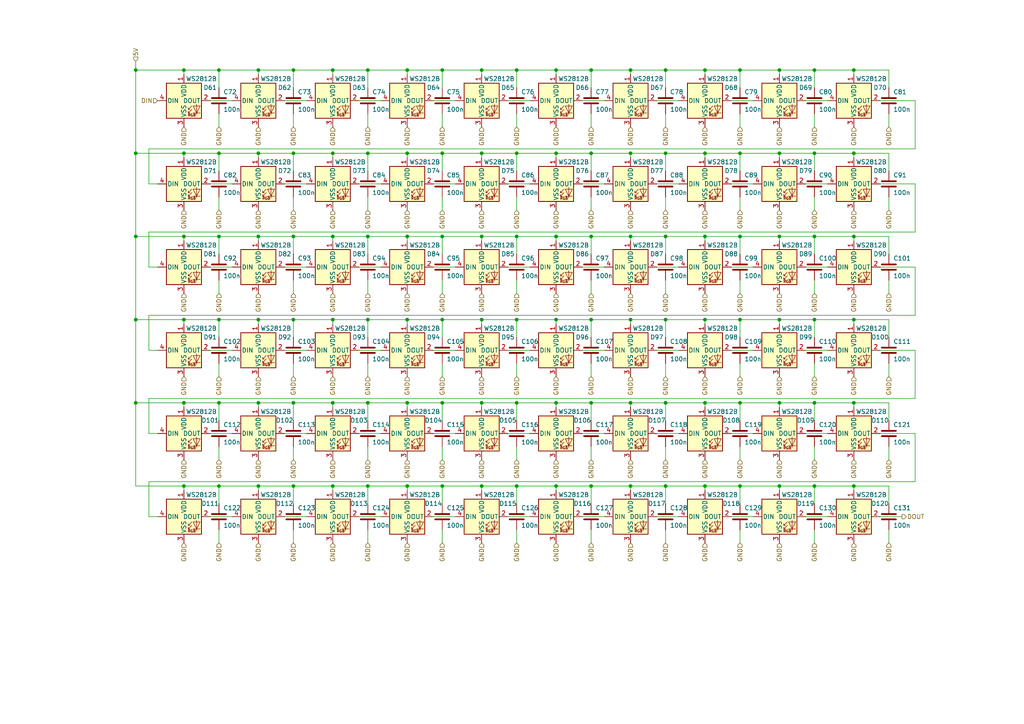
<source format=kicad_sch>
(kicad_sch (version 20231120) (generator "eeschema") (generator_version "8.0")
  (paper "A4")
  (junction (at 204.47 20.32))
  (junction (at 204.47 116.84))
  (junction (at 236.22 68.58))
  (junction (at 236.22 116.84))
  (junction (at 53.34 116.84))
  (junction (at 214.63 44.45))
  (junction (at 106.68 116.84))
  (junction (at 53.34 20.32))
  (junction (at 193.04 44.45))
  (junction (at 204.47 140.97))
  (junction (at 118.11 92.71))
  (junction (at 182.88 92.71))
  (junction (at 74.93 44.45))
  (junction (at 53.34 92.71))
  (junction (at 149.86 20.32))
  (junction (at 39.37 68.58))
  (junction (at 139.7 92.71))
  (junction (at 149.86 68.58))
  (junction (at 182.88 140.97))
  (junction (at 161.29 20.32))
  (junction (at 96.52 92.71))
  (junction (at 214.63 116.84))
  (junction (at 182.88 68.58))
  (junction (at 85.09 140.97))
  (junction (at 247.65 44.45))
  (junction (at 74.93 68.58))
  (junction (at 96.52 140.97))
  (junction (at 193.04 20.32))
  (junction (at 106.68 68.58))
  (junction (at 128.27 44.45))
  (junction (at 128.27 140.97))
  (junction (at 171.45 116.84))
  (junction (at 247.65 68.58))
  (junction (at 106.68 44.45))
  (junction (at 161.29 92.71))
  (junction (at 96.52 44.45))
  (junction (at 171.45 140.97))
  (junction (at 171.45 92.71))
  (junction (at 247.65 92.71))
  (junction (at 182.88 116.84))
  (junction (at 149.86 116.84))
  (junction (at 139.7 44.45))
  (junction (at 85.09 116.84))
  (junction (at 128.27 116.84))
  (junction (at 85.09 68.58))
  (junction (at 139.7 140.97))
  (junction (at 204.47 44.45))
  (junction (at 63.5 20.32))
  (junction (at 106.68 92.71))
  (junction (at 214.63 92.71))
  (junction (at 236.22 92.71))
  (junction (at 39.37 116.84))
  (junction (at 74.93 116.84))
  (junction (at 74.93 140.97))
  (junction (at 63.5 116.84))
  (junction (at 74.93 92.71))
  (junction (at 214.63 140.97))
  (junction (at 39.37 44.45))
  (junction (at 226.06 68.58))
  (junction (at 118.11 116.84))
  (junction (at 226.06 116.84))
  (junction (at 149.86 92.71))
  (junction (at 96.52 116.84))
  (junction (at 226.06 140.97))
  (junction (at 96.52 20.32))
  (junction (at 247.65 140.97))
  (junction (at 139.7 116.84))
  (junction (at 182.88 20.32))
  (junction (at 118.11 140.97))
  (junction (at 85.09 44.45))
  (junction (at 139.7 68.58))
  (junction (at 128.27 20.32))
  (junction (at 63.5 44.45))
  (junction (at 106.68 20.32))
  (junction (at 204.47 68.58))
  (junction (at 139.7 20.32))
  (junction (at 149.86 140.97))
  (junction (at 53.34 140.97))
  (junction (at 214.63 68.58))
  (junction (at 161.29 140.97))
  (junction (at 171.45 20.32))
  (junction (at 96.52 68.58))
  (junction (at 106.68 140.97))
  (junction (at 39.37 20.32))
  (junction (at 118.11 44.45))
  (junction (at 247.65 20.32))
  (junction (at 193.04 140.97))
  (junction (at 161.29 44.45))
  (junction (at 171.45 68.58))
  (junction (at 182.88 44.45))
  (junction (at 118.11 20.32))
  (junction (at 226.06 44.45))
  (junction (at 204.47 92.71))
  (junction (at 236.22 44.45))
  (junction (at 39.37 92.71))
  (junction (at 128.27 68.58))
  (junction (at 63.5 68.58))
  (junction (at 53.34 44.45))
  (junction (at 85.09 20.32))
  (junction (at 236.22 20.32))
  (junction (at 214.63 20.32))
  (junction (at 149.86 44.45))
  (junction (at 74.93 20.32))
  (junction (at 247.65 116.84))
  (junction (at 63.5 140.97))
  (junction (at 193.04 116.84))
  (junction (at 161.29 68.58))
  (junction (at 226.06 20.32))
  (junction (at 193.04 92.71))
  (junction (at 53.34 68.58))
  (junction (at 236.22 140.97))
  (junction (at 128.27 92.71))
  (junction (at 85.09 92.71))
  (junction (at 118.11 68.58))
  (junction (at 171.45 44.45))
  (junction (at 63.5 92.71))
  (junction (at 193.04 68.58))
  (junction (at 226.06 92.71))
  (junction (at 161.29 116.84))
  (wire (pts (xy 171.45 97.79) (xy 171.45 92.71)))
  (wire (pts (xy 128.27 68.58) (xy 139.7 68.58)))
  (wire (pts (xy 171.45 129.54) (xy 171.45 133.35)))
  (wire (pts (xy 53.34 140.97) (xy 53.34 142.24)))
  (wire (pts (xy 128.27 140.97) (xy 139.7 140.97)))
  (wire (pts (xy 85.09 92.71) (xy 96.52 92.71)))
  (wire (pts (xy 236.22 44.45) (xy 247.65 44.45)))
  (wire (pts (xy 128.27 129.54) (xy 128.27 133.35)))
  (wire (pts (xy 149.86 105.41) (xy 149.86 109.22)))
  (wire (pts (xy 104.14 53.34) (xy 110.49 53.34)))
  (wire (pts (xy 257.81 81.28) (xy 257.81 85.09)))
  (wire (pts (xy 45.72 77.47) (xy 43.18 77.47)))
  (wire (pts (xy 247.65 140.97) (xy 247.65 142.24)))
  (wire (pts (xy 255.27 125.73) (xy 265.43 125.73)))
  (wire (pts (xy 147.32 29.21) (xy 153.67 29.21)))
  (wire (pts (xy 193.04 140.97) (xy 204.47 140.97)))
  (wire (pts (xy 53.34 20.32) (xy 63.5 20.32)))
  (wire (pts (xy 190.5 101.6) (xy 196.85 101.6)))
  (wire (pts (xy 214.63 68.58) (xy 204.47 68.58)))
  (wire (pts (xy 193.04 116.84) (xy 182.88 116.84)))
  (wire (pts (xy 182.88 20.32) (xy 182.88 21.59)))
  (wire (pts (xy 193.04 92.71) (xy 182.88 92.71)))
  (wire (pts (xy 190.5 53.34) (xy 196.85 53.34)))
  (wire (pts (xy 257.81 129.54) (xy 257.81 133.35)))
  (wire (pts (xy 236.22 140.97) (xy 226.06 140.97)))
  (wire (pts (xy 128.27 116.84) (xy 139.7 116.84)))
  (wire (pts (xy 214.63 25.4) (xy 214.63 20.32)))
  (wire (pts (xy 171.45 92.71) (xy 161.29 92.71)))
  (wire (pts (xy 74.93 20.32) (xy 74.93 21.59)))
  (wire (pts (xy 82.55 53.34) (xy 88.9 53.34)))
  (wire (pts (xy 85.09 92.71) (xy 74.93 92.71)))
  (wire (pts (xy 63.5 33.02) (xy 63.5 36.83)))
  (wire (pts (xy 96.52 68.58) (xy 96.52 69.85)))
  (wire (pts (xy 106.68 129.54) (xy 106.68 133.35)))
  (wire (pts (xy 161.29 116.84) (xy 161.29 118.11)))
  (wire (pts (xy 128.27 146.05) (xy 128.27 140.97)))
  (wire (pts (xy 171.45 68.58) (xy 161.29 68.58)))
  (wire (pts (xy 257.81 97.79) (xy 257.81 92.71)))
  (wire (pts (xy 53.34 20.32) (xy 53.34 21.59)))
  (wire (pts (xy 168.91 29.21) (xy 175.26 29.21)))
  (wire (pts (xy 128.27 57.15) (xy 128.27 60.96)))
  (wire (pts (xy 128.27 81.28) (xy 128.27 85.09)))
  (wire (pts (xy 128.27 105.41) (xy 128.27 109.22)))
  (wire (pts (xy 139.7 92.71) (xy 139.7 93.98)))
  (wire (pts (xy 60.96 125.73) (xy 67.31 125.73)))
  (wire (pts (xy 257.81 73.66) (xy 257.81 68.58)))
  (wire (pts (xy 182.88 68.58) (xy 182.88 69.85)))
  (wire (pts (xy 106.68 68.58) (xy 118.11 68.58)))
  (wire (pts (xy 233.68 125.73) (xy 240.03 125.73)))
  (wire (pts (xy 128.27 73.66) (xy 128.27 68.58)))
  (wire (pts (xy 193.04 57.15) (xy 193.04 60.96)))
  (wire (pts (xy 85.09 73.66) (xy 85.09 68.58)))
  (wire (pts (xy 128.27 97.79) (xy 128.27 92.71)))
  (wire (pts (xy 63.5 92.71) (xy 63.5 97.79)))
  (wire (pts (xy 193.04 73.66) (xy 193.04 68.58)))
  (wire (pts (xy 193.04 49.53) (xy 193.04 44.45)))
  (wire (pts (xy 63.5 20.32) (xy 63.5 25.4)))
  (wire (pts (xy 63.5 81.28) (xy 63.5 85.09)))
  (wire (pts (xy 226.06 92.71) (xy 226.06 93.98)))
  (wire (pts (xy 63.5 140.97) (xy 74.93 140.97)))
  (wire (pts (xy 149.86 33.02) (xy 149.86 36.83)))
  (wire (pts (xy 236.22 153.67) (xy 236.22 157.48)))
  (wire (pts (xy 193.04 121.92) (xy 193.04 116.84)))
  (wire (pts (xy 39.37 17.78) (xy 39.37 20.32)))
  (wire (pts (xy 190.5 125.73) (xy 196.85 125.73)))
  (wire (pts (xy 214.63 116.84) (xy 204.47 116.84)))
  (wire (pts (xy 128.27 116.84) (xy 118.11 116.84)))
  (wire (pts (xy 106.68 140.97) (xy 96.52 140.97)))
  (wire (pts (xy 257.81 146.05) (xy 257.81 140.97)))
  (wire (pts (xy 63.5 44.45) (xy 74.93 44.45)))
  (wire (pts (xy 63.5 116.84) (xy 63.5 121.92)))
  (wire (pts (xy 214.63 68.58) (xy 226.06 68.58)))
  (wire (pts (xy 106.68 68.58) (xy 96.52 68.58)))
  (wire (pts (xy 226.06 68.58) (xy 226.06 69.85)))
  (wire (pts (xy 63.5 129.54) (xy 63.5 133.35)))
  (wire (pts (xy 43.18 149.86) (xy 45.72 149.86)))
  (wire (pts (xy 147.32 101.6) (xy 153.67 101.6)))
  (wire (pts (xy 149.86 68.58) (xy 161.29 68.58)))
  (wire (pts (xy 43.18 67.31) (xy 265.43 67.31)))
  (wire (pts (xy 171.45 20.32) (xy 161.29 20.32)))
  (wire (pts (xy 43.18 125.73) (xy 43.18 115.57)))
  (wire (pts (xy 171.45 33.02) (xy 171.45 36.83)))
  (wire (pts (xy 106.68 57.15) (xy 106.68 60.96)))
  (wire (pts (xy 149.86 121.92) (xy 149.86 116.84)))
  (wire (pts (xy 82.55 29.21) (xy 88.9 29.21)))
  (wire (pts (xy 193.04 146.05) (xy 193.04 140.97)))
  (wire (pts (xy 147.32 125.73) (xy 153.67 125.73)))
  (wire (pts (xy 214.63 57.15) (xy 214.63 60.96)))
  (wire (pts (xy 149.86 20.32) (xy 161.29 20.32)))
  (wire (pts (xy 168.91 77.47) (xy 175.26 77.47)))
  (wire (pts (xy 128.27 44.45) (xy 118.11 44.45)))
  (wire (pts (xy 96.52 44.45) (xy 96.52 45.72)))
  (wire (pts (xy 85.09 140.97) (xy 74.93 140.97)))
  (wire (pts (xy 257.81 44.45) (xy 247.65 44.45)))
  (wire (pts (xy 171.45 116.84) (xy 161.29 116.84)))
  (wire (pts (xy 63.5 68.58) (xy 74.93 68.58)))
  (wire (pts (xy 85.09 20.32) (xy 74.93 20.32)))
  (wire (pts (xy 247.65 116.84) (xy 247.65 118.11)))
  (wire (pts (xy 85.09 116.84) (xy 96.52 116.84)))
  (wire (pts (xy 214.63 121.92) (xy 214.63 116.84)))
  (wire (pts (xy 149.86 25.4) (xy 149.86 20.32)))
  (wire (pts (xy 226.06 116.84) (xy 226.06 118.11)))
  (wire (pts (xy 193.04 20.32) (xy 204.47 20.32)))
  (wire (pts (xy 193.04 44.45) (xy 204.47 44.45)))
  (wire (pts (xy 233.68 101.6) (xy 240.03 101.6)))
  (wire (pts (xy 53.34 68.58) (xy 53.34 69.85)))
  (wire (pts (xy 125.73 101.6) (xy 132.08 101.6)))
  (wire (pts (xy 236.22 73.66) (xy 236.22 68.58)))
  (wire (pts (xy 125.73 29.21) (xy 132.08 29.21)))
  (wire (pts (xy 96.52 92.71) (xy 96.52 93.98)))
  (wire (pts (xy 149.86 81.28) (xy 149.86 85.09)))
  (wire (pts (xy 39.37 140.97) (xy 53.34 140.97)))
  (wire (pts (xy 149.86 92.71) (xy 161.29 92.71)))
  (wire (pts (xy 39.37 68.58) (xy 53.34 68.58)))
  (wire (pts (xy 106.68 105.41) (xy 106.68 109.22)))
  (wire (pts (xy 168.91 53.34) (xy 175.26 53.34)))
  (wire (pts (xy 106.68 116.84) (xy 118.11 116.84)))
  (wire (pts (xy 233.68 29.21) (xy 240.03 29.21)))
  (wire (pts (xy 106.68 25.4) (xy 106.68 20.32)))
  (wire (pts (xy 106.68 146.05) (xy 106.68 140.97)))
  (wire (pts (xy 265.43 115.57) (xy 265.43 101.6)))
  (wire (pts (xy 106.68 97.79) (xy 106.68 92.71)))
  (wire (pts (xy 125.73 149.86) (xy 132.08 149.86)))
  (wire (pts (xy 265.43 77.47) (xy 265.43 91.44)))
  (wire (pts (xy 149.86 116.84) (xy 139.7 116.84)))
  (wire (pts (xy 212.09 101.6) (xy 218.44 101.6)))
  (wire (pts (xy 74.93 68.58) (xy 74.93 69.85)))
  (wire (pts (xy 204.47 44.45) (xy 204.47 45.72)))
  (wire (pts (xy 214.63 146.05) (xy 214.63 140.97)))
  (wire (pts (xy 139.7 44.45) (xy 139.7 45.72)))
  (wire (pts (xy 212.09 149.86) (xy 218.44 149.86)))
  (wire (pts (xy 149.86 97.79) (xy 149.86 92.71)))
  (wire (pts (xy 171.45 105.41) (xy 171.45 109.22)))
  (wire (pts (xy 60.96 149.86) (xy 67.31 149.86)))
  (wire (pts (xy 265.43 91.44) (xy 43.18 91.44)))
  (wire (pts (xy 255.27 29.21) (xy 265.43 29.21)))
  (wire (pts (xy 204.47 116.84) (xy 204.47 118.11)))
  (wire (pts (xy 106.68 73.66) (xy 106.68 68.58)))
  (wire (pts (xy 53.34 116.84) (xy 53.34 118.11)))
  (wire (pts (xy 193.04 33.02) (xy 193.04 36.83)))
  (wire (pts (xy 149.86 73.66) (xy 149.86 68.58)))
  (wire (pts (xy 60.96 101.6) (xy 67.31 101.6)))
  (wire (pts (xy 128.27 121.92) (xy 128.27 116.84)))
  (wire (pts (xy 226.06 44.45) (xy 226.06 45.72)))
  (wire (pts (xy 85.09 146.05) (xy 85.09 140.97)))
  (wire (pts (xy 236.22 81.28) (xy 236.22 85.09)))
  (wire (pts (xy 257.81 105.41) (xy 257.81 109.22)))
  (wire (pts (xy 182.88 92.71) (xy 182.88 93.98)))
  (wire (pts (xy 236.22 116.84) (xy 247.65 116.84)))
  (wire (pts (xy 233.68 77.47) (xy 240.03 77.47)))
  (wire (pts (xy 190.5 149.86) (xy 196.85 149.86)))
  (wire (pts (xy 53.34 68.58) (xy 63.5 68.58)))
  (wire (pts (xy 236.22 68.58) (xy 247.65 68.58)))
  (wire (pts (xy 125.73 77.47) (xy 132.08 77.47)))
  (wire (pts (xy 39.37 92.71) (xy 53.34 92.71)))
  (wire (pts (xy 106.68 153.67) (xy 106.68 157.48)))
  (wire (pts (xy 106.68 116.84) (xy 96.52 116.84)))
  (wire (pts (xy 139.7 68.58) (xy 139.7 69.85)))
  (wire (pts (xy 147.32 53.34) (xy 153.67 53.34)))
  (wire (pts (xy 85.09 68.58) (xy 96.52 68.58)))
  (wire (pts (xy 236.22 20.32) (xy 247.65 20.32)))
  (wire (pts (xy 255.27 53.34) (xy 265.43 53.34)))
  (wire (pts (xy 247.65 20.32) (xy 247.65 21.59)))
  (wire (pts (xy 236.22 57.15) (xy 236.22 60.96)))
  (wire (pts (xy 236.22 140.97) (xy 247.65 140.97)))
  (wire (pts (xy 214.63 105.41) (xy 214.63 109.22)))
  (wire (pts (xy 214.63 44.45) (xy 204.47 44.45)))
  (wire (pts (xy 168.91 101.6) (xy 175.26 101.6)))
  (wire (pts (xy 60.96 53.34) (xy 67.31 53.34)))
  (wire (pts (xy 214.63 153.67) (xy 214.63 157.48)))
  (wire (pts (xy 106.68 140.97) (xy 118.11 140.97)))
  (wire (pts (xy 149.86 44.45) (xy 161.29 44.45)))
  (wire (pts (xy 104.14 77.47) (xy 110.49 77.47)))
  (wire (pts (xy 39.37 68.58) (xy 39.37 44.45)))
  (wire (pts (xy 226.06 20.32) (xy 226.06 21.59)))
  (wire (pts (xy 236.22 116.84) (xy 226.06 116.84)))
  (wire (pts (xy 204.47 68.58) (xy 204.47 69.85)))
  (wire (pts (xy 128.27 44.45) (xy 139.7 44.45)))
  (wire (pts (xy 265.43 67.31) (xy 265.43 53.34)))
  (wire (pts (xy 171.45 68.58) (xy 182.88 68.58)))
  (wire (pts (xy 149.86 153.67) (xy 149.86 157.48)))
  (wire (pts (xy 193.04 25.4) (xy 193.04 20.32)))
  (wire (pts (xy 74.93 140.97) (xy 74.93 142.24)))
  (wire (pts (xy 39.37 92.71) (xy 39.37 68.58)))
  (wire (pts (xy 257.81 153.67) (xy 257.81 157.48)))
  (wire (pts (xy 63.5 105.41) (xy 63.5 109.22)))
  (wire (pts (xy 171.45 116.84) (xy 182.88 116.84)))
  (wire (pts (xy 168.91 125.73) (xy 175.26 125.73)))
  (wire (pts (xy 39.37 116.84) (xy 39.37 92.71)))
  (wire (pts (xy 106.68 92.71) (xy 118.11 92.71)))
  (wire (pts (xy 74.93 116.84) (xy 74.93 118.11)))
  (wire (pts (xy 193.04 105.41) (xy 193.04 109.22)))
  (wire (pts (xy 257.81 68.58) (xy 247.65 68.58)))
  (wire (pts (xy 82.55 125.73) (xy 88.9 125.73)))
  (wire (pts (xy 63.5 140.97) (xy 63.5 146.05)))
  (wire (pts (xy 193.04 20.32) (xy 182.88 20.32)))
  (wire (pts (xy 182.88 116.84) (xy 182.88 118.11)))
  (wire (pts (xy 43.18 91.44) (xy 43.18 101.6)))
  (wire (pts (xy 204.47 20.32) (xy 204.47 21.59)))
  (wire (pts (xy 85.09 81.28) (xy 85.09 85.09)))
  (wire (pts (xy 265.43 29.21) (xy 265.43 43.18)))
  (wire (pts (xy 236.22 121.92) (xy 236.22 116.84)))
  (wire (pts (xy 257.81 49.53) (xy 257.81 44.45)))
  (wire (pts (xy 212.09 125.73) (xy 218.44 125.73)))
  (wire (pts (xy 85.09 25.4) (xy 85.09 20.32)))
  (wire (pts (xy 149.86 49.53) (xy 149.86 44.45)))
  (wire (pts (xy 247.65 68.58) (xy 247.65 69.85)))
  (wire (pts (xy 190.5 77.47) (xy 196.85 77.47)))
  (wire (pts (xy 233.68 149.86) (xy 240.03 149.86)))
  (wire (pts (xy 53.34 116.84) (xy 63.5 116.84)))
  (wire (pts (xy 96.52 116.84) (xy 96.52 118.11)))
  (wire (pts (xy 161.29 68.58) (xy 161.29 69.85)))
  (wire (pts (xy 139.7 140.97) (xy 139.7 142.24)))
  (wire (pts (xy 214.63 92.71) (xy 226.06 92.71)))
  (wire (pts (xy 171.45 49.53) (xy 171.45 44.45)))
  (wire (pts (xy 257.81 20.32) (xy 247.65 20.32)))
  (wire (pts (xy 63.5 57.15) (xy 63.5 60.96)))
  (wire (pts (xy 53.34 44.45) (xy 53.34 45.72)))
  (wire (pts (xy 63.5 20.32) (xy 74.93 20.32)))
  (wire (pts (xy 171.45 121.92) (xy 171.45 116.84)))
  (wire (pts (xy 149.86 92.71) (xy 139.7 92.71)))
  (wire (pts (xy 204.47 92.71) (xy 204.47 93.98)))
  (wire (pts (xy 214.63 116.84) (xy 226.06 116.84)))
  (wire (pts (xy 85.09 97.79) (xy 85.09 92.71)))
  (wire (pts (xy 193.04 116.84) (xy 204.47 116.84)))
  (wire (pts (xy 43.18 115.57) (xy 265.43 115.57)))
  (wire (pts (xy 106.68 92.71) (xy 96.52 92.71)))
  (wire (pts (xy 233.68 53.34) (xy 240.03 53.34)))
  (wire (pts (xy 171.45 146.05) (xy 171.45 140.97)))
  (wire (pts (xy 214.63 33.02) (xy 214.63 36.83)))
  (wire (pts (xy 128.27 140.97) (xy 118.11 140.97)))
  (wire (pts (xy 214.63 49.53) (xy 214.63 44.45)))
  (wire (pts (xy 247.65 92.71) (xy 247.65 93.98)))
  (wire (pts (xy 85.09 121.92) (xy 85.09 116.84)))
  (wire (pts (xy 139.7 20.32) (xy 139.7 21.59)))
  (wire (pts (xy 171.45 140.97) (xy 161.29 140.97)))
  (wire (pts (xy 214.63 20.32) (xy 226.06 20.32)))
  (wire (pts (xy 128.27 68.58) (xy 118.11 68.58)))
  (wire (pts (xy 171.45 153.67) (xy 171.45 157.48)))
  (wire (pts (xy 53.34 140.97) (xy 63.5 140.97)))
  (wire (pts (xy 82.55 77.47) (xy 88.9 77.47)))
  (wire (pts (xy 236.22 146.05) (xy 236.22 140.97)))
  (wire (pts (xy 161.29 92.71) (xy 161.29 93.98)))
  (wire (pts (xy 63.5 68.58) (xy 63.5 73.66)))
  (wire (pts (xy 85.09 49.53) (xy 85.09 44.45)))
  (wire (pts (xy 85.09 140.97) (xy 96.52 140.97)))
  (wire (pts (xy 85.09 153.67) (xy 85.09 157.48)))
  (wire (pts (xy 39.37 44.45) (xy 39.37 20.32)))
  (wire (pts (xy 149.86 57.15) (xy 149.86 60.96)))
  (wire (pts (xy 63.5 153.67) (xy 63.5 157.48)))
  (wire (pts (xy 96.52 20.32) (xy 96.52 21.59)))
  (wire (pts (xy 118.11 92.71) (xy 118.11 93.98)))
  (wire (pts (xy 63.5 44.45) (xy 63.5 49.53)))
  (wire (pts (xy 45.72 125.73) (xy 43.18 125.73)))
  (wire (pts (xy 171.45 92.71) (xy 182.88 92.71)))
  (wire (pts (xy 118.11 116.84) (xy 118.11 118.11)))
  (wire (pts (xy 214.63 97.79) (xy 214.63 92.71)))
  (wire (pts (xy 182.88 44.45) (xy 182.88 45.72)))
  (wire (pts (xy 236.22 68.58) (xy 226.06 68.58)))
  (wire (pts (xy 118.11 68.58) (xy 118.11 69.85)))
  (wire (pts (xy 63.5 92.71) (xy 74.93 92.71)))
  (wire (pts (xy 60.96 77.47) (xy 67.31 77.47)))
  (wire (pts (xy 214.63 140.97) (xy 204.47 140.97)))
  (wire (pts (xy 128.27 153.67) (xy 128.27 157.48)))
  (wire (pts (xy 149.86 68.58) (xy 139.7 68.58)))
  (wire (pts (xy 139.7 116.84) (xy 139.7 118.11)))
  (wire (pts (xy 149.86 140.97) (xy 161.29 140.97)))
  (wire (pts (xy 214.63 140.97) (xy 226.06 140.97)))
  (wire (pts (xy 149.86 20.32) (xy 139.7 20.32)))
  (wire (pts (xy 247.65 44.45) (xy 247.65 45.72)))
  (wire (pts (xy 257.81 33.02) (xy 257.81 36.83)))
  (wire (pts (xy 118.11 140.97) (xy 118.11 142.24)))
  (wire (pts (xy 255.27 149.86) (xy 261.62 149.86)))
  (wire (pts (xy 168.91 149.86) (xy 175.26 149.86)))
  (wire (pts (xy 171.45 25.4) (xy 171.45 20.32)))
  (wire (pts (xy 265.43 43.18) (xy 43.18 43.18)))
  (wire (pts (xy 106.68 44.45) (xy 96.52 44.45)))
  (wire (pts (xy 43.18 101.6) (xy 45.72 101.6)))
  (wire (pts (xy 193.04 97.79) (xy 193.04 92.71)))
  (wire (pts (xy 128.27 20.32) (xy 139.7 20.32)))
  (wire (pts (xy 82.55 101.6) (xy 88.9 101.6)))
  (wire (pts (xy 85.09 116.84) (xy 74.93 116.84)))
  (wire (pts (xy 236.22 25.4) (xy 236.22 20.32)))
  (wire (pts (xy 53.34 44.45) (xy 63.5 44.45)))
  (wire (pts (xy 43.18 77.47) (xy 43.18 67.31)))
  (wire (pts (xy 43.18 53.34) (xy 45.72 53.34)))
  (wire (pts (xy 214.63 20.32) (xy 204.47 20.32)))
  (wire (pts (xy 106.68 33.02) (xy 106.68 36.83)))
  (wire (pts (xy 193.04 81.28) (xy 193.04 85.09)))
  (wire (pts (xy 257.81 121.92) (xy 257.81 116.84)))
  (wire (pts (xy 257.81 140.97) (xy 247.65 140.97)))
  (wire (pts (xy 128.27 49.53) (xy 128.27 44.45)))
  (wire (pts (xy 149.86 146.05) (xy 149.86 140.97)))
  (wire (pts (xy 257.81 92.71) (xy 247.65 92.71)))
  (wire (pts (xy 226.06 140.97) (xy 226.06 142.24)))
  (wire (pts (xy 236.22 49.53) (xy 236.22 44.45)))
  (wire (pts (xy 53.34 92.71) (xy 53.34 93.98)))
  (wire (pts (xy 85.09 44.45) (xy 74.93 44.45)))
  (wire (pts (xy 236.22 33.02) (xy 236.22 36.83)))
  (wire (pts (xy 74.93 92.71) (xy 74.93 93.98)))
  (wire (pts (xy 212.09 77.47) (xy 218.44 77.47)))
  (wire (pts (xy 106.68 81.28) (xy 106.68 85.09)))
  (wire (pts (xy 85.09 33.02) (xy 85.09 36.83)))
  (wire (pts (xy 265.43 139.7) (xy 43.18 139.7)))
  (wire (pts (xy 128.27 33.02) (xy 128.27 36.83)))
  (wire (pts (xy 149.86 44.45) (xy 139.7 44.45)))
  (wire (pts (xy 85.09 105.41) (xy 85.09 109.22)))
  (wire (pts (xy 257.81 25.4) (xy 257.81 20.32)))
  (wire (pts (xy 104.14 125.73) (xy 110.49 125.73)))
  (wire (pts (xy 53.34 92.71) (xy 63.5 92.71)))
  (wire (pts (xy 85.09 129.54) (xy 85.09 133.35)))
  (wire (pts (xy 204.47 140.97) (xy 204.47 142.24)))
  (wire (pts (xy 106.68 20.32) (xy 96.52 20.32)))
  (wire (pts (xy 39.37 140.97) (xy 39.37 116.84)))
  (wire (pts (xy 39.37 116.84) (xy 53.34 116.84)))
  (wire (pts (xy 106.68 121.92) (xy 106.68 116.84)))
  (wire (pts (xy 255.27 101.6) (xy 265.43 101.6)))
  (wire (pts (xy 236.22 92.71) (xy 247.65 92.71)))
  (wire (pts (xy 171.45 44.45) (xy 182.88 44.45)))
  (wire (pts (xy 104.14 149.86) (xy 110.49 149.86)))
  (wire (pts (xy 106.68 20.32) (xy 118.11 20.32)))
  (wire (pts (xy 171.45 81.28) (xy 171.45 85.09)))
  (wire (pts (xy 125.73 125.73) (xy 132.08 125.73)))
  (wire (pts (xy 147.32 77.47) (xy 153.67 77.47)))
  (wire (pts (xy 82.55 149.86) (xy 88.9 149.86)))
  (wire (pts (xy 39.37 44.45) (xy 53.34 44.45)))
  (wire (pts (xy 193.04 129.54) (xy 193.04 133.35)))
  (wire (pts (xy 85.09 68.58) (xy 74.93 68.58)))
  (wire (pts (xy 39.37 20.32) (xy 53.34 20.32)))
  (wire (pts (xy 118.11 44.45) (xy 118.11 45.72)))
  (wire (pts (xy 193.04 140.97) (xy 182.88 140.97)))
  (wire (pts (xy 193.04 153.67) (xy 193.04 157.48)))
  (wire (pts (xy 182.88 140.97) (xy 182.88 142.24)))
  (wire (pts (xy 171.45 44.45) (xy 161.29 44.45)))
  (wire (pts (xy 193.04 92.71) (xy 204.47 92.71)))
  (wire (pts (xy 106.68 49.53) (xy 106.68 44.45)))
  (wire (pts (xy 125.73 53.34) (xy 132.08 53.34)))
  (wire (pts (xy 149.86 140.97) (xy 139.7 140.97)))
  (wire (pts (xy 161.29 140.97) (xy 161.29 142.24)))
  (wire (pts (xy 106.68 44.45) (xy 118.11 44.45)))
  (wire (pts (xy 74.93 44.45) (xy 74.93 45.72)))
  (wire (pts (xy 43.18 43.18) (xy 43.18 53.34)))
  (wire (pts (xy 190.5 29.21) (xy 196.85 29.21)))
  (wire (pts (xy 85.09 44.45) (xy 96.52 44.45)))
  (wire (pts (xy 63.5 116.84) (xy 74.93 116.84)))
  (wire (pts (xy 236.22 129.54) (xy 236.22 133.35)))
  (wire (pts (xy 236.22 97.79) (xy 236.22 92.71)))
  (wire (pts (xy 85.09 20.32) (xy 96.52 20.32)))
  (wire (pts (xy 257.81 57.15) (xy 257.81 60.96)))
  (wire (pts (xy 149.86 116.84) (xy 161.29 116.84)))
  (wire (pts (xy 104.14 29.21) (xy 110.49 29.21)))
  (wire (pts (xy 236.22 105.41) (xy 236.22 109.22)))
  (wire (pts (xy 128.27 92.71) (xy 139.7 92.71)))
  (wire (pts (xy 214.63 73.66) (xy 214.63 68.58)))
  (wire (pts (xy 193.04 68.58) (xy 204.47 68.58)))
  (wire (pts (xy 171.45 73.66) (xy 171.45 68.58)))
  (wire (pts (xy 236.22 92.71) (xy 226.06 92.71)))
  (wire (pts (xy 85.09 57.15) (xy 85.09 60.96)))
  (wire (pts (xy 104.14 101.6) (xy 110.49 101.6)))
  (wire (pts (xy 161.29 44.45) (xy 161.29 45.72)))
  (wire (pts (xy 161.29 20.32) (xy 161.29 21.59)))
  (wire (pts (xy 171.45 140.97) (xy 182.88 140.97)))
  (wire (pts (xy 60.96 29.21) (xy 67.31 29.21)))
  (wire (pts (xy 214.63 81.28) (xy 214.63 85.09)))
  (wire (pts (xy 236.22 20.32) (xy 226.06 20.32)))
  (wire (pts (xy 193.04 44.45) (xy 182.88 44.45)))
  (wire (pts (xy 212.09 29.21) (xy 218.44 29.21)))
  (wire (pts (xy 255.27 77.47) (xy 265.43 77.47)))
  (wire (pts (xy 257.81 116.84) (xy 247.65 116.84)))
  (wire (pts (xy 128.27 92.71) (xy 118.11 92.71)))
  (wire (pts (xy 147.32 149.86) (xy 153.67 149.86)))
  (wire (pts (xy 265.43 125.73) (xy 265.43 139.7)))
  (wire (pts (xy 43.18 139.7) (xy 43.18 149.86)))
  (wire (pts (xy 214.63 92.71) (xy 204.47 92.71)))
  (wire (pts (xy 128.27 20.32) (xy 118.11 20.32)))
  (wire (pts (xy 193.04 68.58) (xy 182.88 68.58)))
  (wire (pts (xy 149.86 129.54) (xy 149.86 133.35)))
  (wire (pts (xy 171.45 20.32) (xy 182.88 20.32)))
  (wire (pts (xy 214.63 129.54) (xy 214.63 133.35)))
  (wire (pts (xy 171.45 57.15) (xy 171.45 60.96)))
  (wire (pts (xy 128.27 25.4) (xy 128.27 20.32)))
  (wire (pts (xy 96.52 140.97) (xy 96.52 142.24)))
  (wire (pts (xy 118.11 20.32) (xy 118.11 21.59)))
  (wire (pts (xy 212.09 53.34) (xy 218.44 53.34)))
  (wire (pts (xy 236.22 44.45) (xy 226.06 44.45)))
  (wire (pts (xy 214.63 44.45) (xy 226.06 44.45)))
  (hierarchical_label "GND" (shape input) (at 53.34 60.96 270))
  (hierarchical_label "GND" (shape input) (at 182.88 157.48 270))
  (hierarchical_label "GND" (shape input) (at 106.68 133.35 270))
  (hierarchical_label "GND" (shape input) (at 53.34 133.35 270))
  (hierarchical_label "GND" (shape input) (at 226.06 60.96 270))
  (hierarchical_label "GND" (shape input) (at 182.88 60.96 270))
  (hierarchical_label "GND" (shape input) (at 214.63 36.83 270))
  (hierarchical_label "GND" (shape input) (at 226.06 157.48 270))
  (hierarchical_label "GND" (shape input) (at 149.86 36.83 270))
  (hierarchical_label "GND" (shape input) (at 171.45 36.83 270))
  (hierarchical_label "GND" (shape input) (at 161.29 36.83 270))
  (hierarchical_label "GND" (shape input) (at 257.81 109.22 270))
  (hierarchical_label "GND" (shape input) (at 257.81 60.96 270))
  (hierarchical_label "GND" (shape input) (at 74.93 109.22 270))
  (hierarchical_label "GND" (shape input) (at 118.11 60.96 270))
  (hierarchical_label "GND" (shape input) (at 128.27 133.35 270))
  (hierarchical_label "GND" (shape input) (at 171.45 85.09 270))
  (hierarchical_label "GND" (shape input) (at 63.5 109.22 270))
  (hierarchical_label "GND" (shape input) (at 63.5 133.35 270))
  (hierarchical_label "GND" (shape input) (at 171.45 157.48 270))
  (hierarchical_label "GND" (shape input) (at 74.93 60.96 270))
  (hierarchical_label "GND" (shape input) (at 118.11 133.35 270))
  (hierarchical_label "DOUT" (shape output) (at 261.62 149.86 0))
  (hierarchical_label "GND" (shape input) (at 149.86 85.09 270))
  (hierarchical_label "GND" (shape input) (at 139.7 109.22 270))
  (hierarchical_label "GND" (shape input) (at 96.52 85.09 270))
  (hierarchical_label "GND" (shape input) (at 236.22 85.09 270))
  (hierarchical_label "GND" (shape input) (at 118.11 36.83 270))
  (hierarchical_label "GND" (shape input) (at 193.04 133.35 270))
  (hierarchical_label "GND" (shape input) (at 106.68 157.48 270))
  (hierarchical_label "GND" (shape input) (at 204.47 36.83 270))
  (hierarchical_label "GND" (shape input) (at 139.7 60.96 270))
  (hierarchical_label "GND" (shape input) (at 161.29 157.48 270))
  (hierarchical_label "GND" (shape input) (at 96.52 109.22 270))
  (hierarchical_label "GND" (shape input) (at 171.45 133.35 270))
  (hierarchical_label "GND" (shape input) (at 257.81 36.83 270))
  (hierarchical_label "GND" (shape input) (at 63.5 85.09 270))
  (hierarchical_label "GND" (shape input) (at 53.34 157.48 270))
  (hierarchical_label "GND" (shape input) (at 214.63 60.96 270))
  (hierarchical_label "GND" (shape input) (at 53.34 109.22 270))
  (hierarchical_label "GND" (shape input) (at 63.5 36.83 270))
  (hierarchical_label "GND" (shape input) (at 161.29 133.35 270))
  (hierarchical_label "GND" (shape input) (at 226.06 36.83 270))
  (hierarchical_label "GND" (shape input) (at 204.47 109.22 270))
  (hierarchical_label "GND" (shape input) (at 226.06 109.22 270))
  (hierarchical_label "GND" (shape input) (at 193.04 109.22 270))
  (hierarchical_label "GND" (shape input) (at 149.86 133.35 270))
  (hierarchical_label "GND" (shape input) (at 236.22 60.96 270))
  (hierarchical_label "GND" (shape input) (at 182.88 85.09 270))
  (hierarchical_label "GND" (shape input) (at 96.52 36.83 270))
  (hierarchical_label "GND" (shape input) (at 182.88 109.22 270))
  (hierarchical_label "GND" (shape input) (at 236.22 133.35 270))
  (hierarchical_label "GND" (shape input) (at 257.81 133.35 270))
  (hierarchical_label "GND" (shape input) (at 74.93 36.83 270))
  (hierarchical_label "GND" (shape input) (at 247.65 109.22 270))
  (hierarchical_label "GND" (shape input) (at 182.88 133.35 270))
  (hierarchical_label "GND" (shape input) (at 85.09 36.83 270))
  (hierarchical_label "GND" (shape input) (at 247.65 36.83 270))
  (hierarchical_label "GND" (shape input) (at 149.86 157.48 270))
  (hierarchical_label "GND" (shape input) (at 257.81 85.09 270))
  (hierarchical_label "GND" (shape input) (at 161.29 109.22 270))
  (hierarchical_label "GND" (shape input) (at 128.27 85.09 270))
  (hierarchical_label "GND" (shape input) (at 214.63 109.22 270))
  (hierarchical_label "GND" (shape input) (at 85.09 85.09 270))
  (hierarchical_label "GND" (shape input) (at 247.65 157.48 270))
  (hierarchical_label "GND" (shape input) (at 149.86 60.96 270))
  (hierarchical_label "GND" (shape input) (at 139.7 36.83 270))
  (hierarchical_label "GND" (shape input) (at 161.29 85.09 270))
  (hierarchical_label "GND" (shape input) (at 236.22 157.48 270))
  (hierarchical_label "GND" (shape input) (at 182.88 36.83 270))
  (hierarchical_label "GND" (shape input) (at 193.04 157.48 270))
  (hierarchical_label "GND" (shape input) (at 128.27 109.22 270))
  (hierarchical_label "GND" (shape input) (at 106.68 109.22 270))
  (hierarchical_label "GND" (shape input) (at 236.22 109.22 270))
  (hierarchical_label "GND" (shape input) (at 63.5 157.48 270))
  (hierarchical_label "GND" (shape input) (at 214.63 85.09 270))
  (hierarchical_label "GND" (shape input) (at 128.27 157.48 270))
  (hierarchical_label "GND" (shape input) (at 171.45 60.96 270))
  (hierarchical_label "GND" (shape input) (at 247.65 133.35 270))
  (hierarchical_label "GND" (shape input) (at 193.04 36.83 270))
  (hierarchical_label "GND" (shape input) (at 96.52 133.35 270))
  (hierarchical_label "GND" (shape input) (at 85.09 133.35 270))
  (hierarchical_label "GND" (shape input) (at 204.47 133.35 270))
  (hierarchical_label "GND" (shape input) (at 226.06 85.09 270))
  (hierarchical_label "GND" (shape input) (at 204.47 60.96 270))
  (hierarchical_label "GND" (shape input) (at 214.63 157.48 270))
  (hierarchical_label "GND" (shape input) (at 63.5 60.96 270))
  (hierarchical_label "GND" (shape input) (at 247.65 60.96 270))
  (hierarchical_label "GND" (shape input) (at 226.06 133.35 270))
  (hierarchical_label "GND" (shape input) (at 106.68 60.96 270))
  (hierarchical_label "GND" (shape input) (at 118.11 109.22 270))
  (hierarchical_label "GND" (shape input) (at 193.04 85.09 270))
  (hierarchical_label "GND" (shape input) (at 85.09 60.96 270))
  (hierarchical_label "DIN" (shape input) (at 45.72 29.21 180))
  (hierarchical_label "GND" (shape input) (at 257.81 157.48 270))
  (hierarchical_label "GND" (shape input) (at 53.34 85.09 270))
  (hierarchical_label "GND" (shape input) (at 118.11 157.48 270))
  (hierarchical_label "GND" (shape input) (at 106.68 36.83 270))
  (hierarchical_label "GND" (shape input) (at 161.29 60.96 270))
  (hierarchical_label "GND" (shape input) (at 85.09 109.22 270))
  (hierarchical_label "GND" (shape input) (at 214.63 133.35 270))
  (hierarchical_label "GND" (shape input) (at 128.27 36.83 270))
  (hierarchical_label "GND" (shape input) (at 247.65 85.09 270))
  (hierarchical_label "GND" (shape input) (at 139.7 85.09 270))
  (hierarchical_label "GND" (shape input) (at 171.45 109.22 270))
  (hierarchical_label "GND" (shape input) (at 236.22 36.83 270))
  (hierarchical_label "GND" (shape input) (at 74.93 85.09 270))
  (hierarchical_label "GND" (shape input) (at 204.47 157.48 270))
  (hierarchical_label "GND" (shape input) (at 204.47 85.09 270))
  (hierarchical_label "GND" (shape input) (at 139.7 133.35 270))
  (hierarchical_label "GND" (shape input) (at 53.34 36.83 270))
  (hierarchical_label "GND" (shape input) (at 85.09 157.48 270))
  (hierarchical_label "GND" (shape input) (at 74.93 133.35 270))
  (hierarchical_label "GND" (shape input) (at 128.27 60.96 270))
  (hierarchical_label "GND" (shape input) (at 149.86 109.22 270))
  (hierarchical_label "5V" (shape input) (at 39.37 17.78 90))
  (hierarchical_label "GND" (shape input) (at 96.52 60.96 270))
  (hierarchical_label "GND" (shape input) (at 139.7 157.48 270))
  (hierarchical_label "GND" (shape input) (at 96.52 157.48 270))
  (hierarchical_label "GND" (shape input) (at 74.93 157.48 270))
  (hierarchical_label "GND" (shape input) (at 106.68 85.09 270))
  (hierarchical_label "GND" (shape input) (at 193.04 60.96 270))
  (hierarchical_label "GND" (shape input) (at 118.11 85.09 270))
  (symbol (lib_id "Device:C") (at 63.5 149.86 0) (unit 1)
    (property "Reference" "C17" (at 64.77 147.32 0) (effects (justify left)))
    (property "Value" "100n" (at 64.77 152.4 0) (effects (justify left)))
    (property "Footprint" "Capacitor_SMD:C_0402_1005Metric" (effects (hide yes)))
    (property "Basic/Extended" "B" (effects (hide yes)))
    (property "LCSC" "C307331" (effects (hide yes)))
    (property "info" "50V, X7R" (effects (hide yes)))
    (instances (project "ZakladniElektronika" (path "" (reference "C122") (unit 1)) (path "" (reference "C17") (unit 1))))
  )
  (symbol (lib_id "LED:WS2812B") (at 161.29 53.34 0) (unit 1)
    (property "Reference" "D16" (at 168.91 49.53 0))
    (property "Value" "WS2812B" (at 166.37 46.99 0))
    (property "Footprint" "RKL-LED:3528RGBW-WS2812B" (effects (hide yes)))
    (property "Datasheet" "https://cdn-shop.adafruit.com/datasheets/WS2812B.pdf" (effects (hide yes)))
    (property "LCSC" "C2890364" (effects (hide yes)))
    (property "Basic/Extended" "E" (effects (hide yes)))
    (instances (project "ZakladniElektronika" (path "" (reference "D76") (unit 1)) (path "" (reference "D16") (unit 1))))
  )
  (symbol (lib_id "LED:WS2812B") (at 74.93 101.6 0) (unit 1)
    (property "Reference" "D32" (at 82.55 97.79 0))
    (property "Value" "WS2812B" (at 80.01 95.25 0))
    (property "Footprint" "RKL-LED:3528RGBW-WS2812B" (effects (hide yes)))
    (property "Datasheet" "https://cdn-shop.adafruit.com/datasheets/WS2812B.pdf" (effects (hide yes)))
    (property "LCSC" "C2890364" (effects (hide yes)))
    (property "Basic/Extended" "E" (effects (hide yes)))
    (instances (project "ZakladniElektronika" (path "" (reference "D92") (unit 1)) (path "" (reference "D32") (unit 1))))
  )
  (symbol (lib_id "Device:C") (at 214.63 125.73 0) (unit 1)
    (property "Reference" "C58" (at 215.9 123.19 0) (effects (justify left)))
    (property "Value" "100n" (at 215.9 128.27 0) (effects (justify left)))
    (property "Footprint" "Capacitor_SMD:C_0402_1005Metric" (effects (hide yes)))
    (property "Basic/Extended" "B" (effects (hide yes)))
    (property "LCSC" "C307331" (effects (hide yes)))
    (property "info" "50V, X7R" (effects (hide yes)))
    (instances (project "ZakladniElektronika" (path "" (reference "C119") (unit 1)) (path "" (reference "C58") (unit 1))))
  )
  (symbol (lib_id "LED:WS2812B") (at 182.88 53.34 0) (unit 1)
    (property "Reference" "D17" (at 190.5 49.53 0))
    (property "Value" "WS2812B" (at 187.96 46.99 0))
    (property "Footprint" "RKL-LED:3528RGBW-WS2812B" (effects (hide yes)))
    (property "Datasheet" "https://cdn-shop.adafruit.com/datasheets/WS2812B.pdf" (effects (hide yes)))
    (property "LCSC" "C2890364" (effects (hide yes)))
    (property "Basic/Extended" "E" (effects (hide yes)))
    (instances (project "ZakladniElektronika" (path "" (reference "D77") (unit 1)) (path "" (reference "D17") (unit 1))))
  )
  (symbol (lib_id "Device:C") (at 193.04 53.34 0) (unit 1)
    (property "Reference" "C49" (at 194.31 50.8 0) (effects (justify left)))
    (property "Value" "100n" (at 194.31 55.88 0) (effects (justify left)))
    (property "Footprint" "Capacitor_SMD:C_0402_1005Metric" (effects (hide yes)))
    (property "Basic/Extended" "B" (effects (hide yes)))
    (property "LCSC" "C307331" (effects (hide yes)))
    (property "info" "50V, X7R" (effects (hide yes)))
    (instances (project "ZakladniElektronika" (path "" (reference "C88") (unit 1)) (path "" (reference "C49") (unit 1))))
  )
  (symbol (lib_id "Device:C") (at 106.68 53.34 0) (unit 1)
    (property "Reference" "C25" (at 107.95 50.8 0) (effects (justify left)))
    (property "Value" "100n" (at 107.95 55.88 0) (effects (justify left)))
    (property "Footprint" "Capacitor_SMD:C_0402_1005Metric" (effects (hide yes)))
    (property "Basic/Extended" "B" (effects (hide yes)))
    (property "LCSC" "C307331" (effects (hide yes)))
    (property "info" "50V, X7R" (effects (hide yes)))
    (instances (project "ZakladniElektronika" (path "" (reference "C84") (unit 1)) (path "" (reference "C25") (unit 1))))
  )
  (symbol (lib_id "LED:WS2812B") (at 247.65 101.6 0) (unit 1)
    (property "Reference" "D40" (at 255.27 97.79 0))
    (property "Value" "WS2812B" (at 252.73 95.25 0))
    (property "Footprint" "RKL-LED:3528RGBW-WS2812B" (effects (hide yes)))
    (property "Datasheet" "https://cdn-shop.adafruit.com/datasheets/WS2812B.pdf" (effects (hide yes)))
    (property "LCSC" "C2890364" (effects (hide yes)))
    (property "Basic/Extended" "E" (effects (hide yes)))
    (instances (project "ZakladniElektronika" (path "" (reference "D100") (unit 1)) (path "" (reference "D40") (unit 1))))
  )
  (symbol (lib_id "LED:WS2812B") (at 182.88 125.73 0) (unit 1)
    (property "Reference" "D47" (at 190.5 121.92 0))
    (property "Value" "WS2812B" (at 187.96 119.38 0))
    (property "Footprint" "RKL-LED:3528RGBW-WS2812B" (effects (hide yes)))
    (property "Datasheet" "https://cdn-shop.adafruit.com/datasheets/WS2812B.pdf" (effects (hide yes)))
    (property "LCSC" "C2890364" (effects (hide yes)))
    (property "Basic/Extended" "E" (effects (hide yes)))
    (instances (project "ZakladniElektronika" (path "" (reference "D107") (unit 1)) (path "" (reference "D47") (unit 1))))
  )
  (symbol (lib_id "Device:C") (at 214.63 29.21 0) (unit 1)
    (property "Reference" "C54" (at 215.9 26.67 0) (effects (justify left)))
    (property "Value" "100n" (at 215.9 31.75 0) (effects (justify left)))
    (property "Footprint" "Capacitor_SMD:C_0402_1005Metric" (effects (hide yes)))
    (property "Basic/Extended" "B" (effects (hide yes)))
    (property "LCSC" "C307331" (effects (hide yes)))
    (property "info" "50V, X7R" (effects (hide yes)))
    (instances (project "ZakladniElektronika" (path "" (reference "C79") (unit 1)) (path "" (reference "C54") (unit 1))))
  )
  (symbol (lib_id "LED:WS2812B") (at 74.93 125.73 0) (unit 1)
    (property "Reference" "D42" (at 82.55 121.92 0))
    (property "Value" "WS2812B" (at 80.01 119.38 0))
    (property "Footprint" "RKL-LED:3528RGBW-WS2812B" (effects (hide yes)))
    (property "Datasheet" "https://cdn-shop.adafruit.com/datasheets/WS2812B.pdf" (effects (hide yes)))
    (property "LCSC" "C2890364" (effects (hide yes)))
    (property "Basic/Extended" "E" (effects (hide yes)))
    (instances (project "ZakladniElektronika" (path "" (reference "D102") (unit 1)) (path "" (reference "D42") (unit 1))))
  )
  (symbol (lib_id "Device:C") (at 128.27 53.34 0) (unit 1)
    (property "Reference" "C31" (at 129.54 50.8 0) (effects (justify left)))
    (property "Value" "100n" (at 129.54 55.88 0) (effects (justify left)))
    (property "Footprint" "Capacitor_SMD:C_0402_1005Metric" (effects (hide yes)))
    (property "Basic/Extended" "B" (effects (hide yes)))
    (property "LCSC" "C307331" (effects (hide yes)))
    (property "info" "50V, X7R" (effects (hide yes)))
    (instances (project "ZakladniElektronika" (path "" (reference "C85") (unit 1)) (path "" (reference "C31") (unit 1))))
  )
  (symbol (lib_id "Device:C") (at 106.68 77.47 0) (unit 1)
    (property "Reference" "C26" (at 107.95 74.93 0) (effects (justify left)))
    (property "Value" "100n" (at 107.95 80.01 0) (effects (justify left)))
    (property "Footprint" "Capacitor_SMD:C_0402_1005Metric" (effects (hide yes)))
    (property "Basic/Extended" "B" (effects (hide yes)))
    (property "LCSC" "C307331" (effects (hide yes)))
    (property "info" "50V, X7R" (effects (hide yes)))
    (instances (project "ZakladniElektronika" (path "" (reference "C94") (unit 1)) (path "" (reference "C26") (unit 1))))
  )
  (symbol (lib_id "Device:C") (at 214.63 53.34 0) (unit 1)
    (property "Reference" "C55" (at 215.9 50.8 0) (effects (justify left)))
    (property "Value" "100n" (at 215.9 55.88 0) (effects (justify left)))
    (property "Footprint" "Capacitor_SMD:C_0402_1005Metric" (effects (hide yes)))
    (property "Basic/Extended" "B" (effects (hide yes)))
    (property "LCSC" "C307331" (effects (hide yes)))
    (property "info" "50V, X7R" (effects (hide yes)))
    (instances (project "ZakladniElektronika" (path "" (reference "C89") (unit 1)) (path "" (reference "C55") (unit 1))))
  )
  (symbol (lib_id "Device:C") (at 85.09 125.73 0) (unit 1)
    (property "Reference" "C22" (at 86.36 123.19 0) (effects (justify left)))
    (property "Value" "100n" (at 86.36 128.27 0) (effects (justify left)))
    (property "Footprint" "Capacitor_SMD:C_0402_1005Metric" (effects (hide yes)))
    (property "Basic/Extended" "B" (effects (hide yes)))
    (property "LCSC" "C307331" (effects (hide yes)))
    (property "info" "50V, X7R" (effects (hide yes)))
    (instances (project "ZakladniElektronika" (path "" (reference "C113") (unit 1)) (path "" (reference "C22") (unit 1))))
  )
  (symbol (lib_id "Device:C") (at 106.68 29.21 0) (unit 1)
    (property "Reference" "C24" (at 107.95 26.67 0) (effects (justify left)))
    (property "Value" "100n" (at 107.95 31.75 0) (effects (justify left)))
    (property "Footprint" "Capacitor_SMD:C_0402_1005Metric" (effects (hide yes)))
    (property "Basic/Extended" "B" (effects (hide yes)))
    (property "LCSC" "C307331" (effects (hide yes)))
    (property "info" "50V, X7R" (effects (hide yes)))
    (instances (project "ZakladniElektronika" (path "" (reference "C74") (unit 1)) (path "" (reference "C24") (unit 1))))
  )
  (symbol (lib_id "Device:C") (at 128.27 29.21 0) (unit 1)
    (property "Reference" "C30" (at 129.54 26.67 0) (effects (justify left)))
    (property "Value" "100n" (at 129.54 31.75 0) (effects (justify left)))
    (property "Footprint" "Capacitor_SMD:C_0402_1005Metric" (effects (hide yes)))
    (property "Basic/Extended" "B" (effects (hide yes)))
    (property "LCSC" "C307331" (effects (hide yes)))
    (property "info" "50V, X7R" (effects (hide yes)))
    (instances (project "ZakladniElektronika" (path "" (reference "C75") (unit 1)) (path "" (reference "C30") (unit 1))))
  )
  (symbol (lib_id "LED:WS2812B") (at 247.65 77.47 0) (unit 1)
    (property "Reference" "D30" (at 255.27 73.66 0))
    (property "Value" "WS2812B" (at 252.73 71.12 0))
    (property "Footprint" "RKL-LED:3528RGBW-WS2812B" (effects (hide yes)))
    (property "Datasheet" "https://cdn-shop.adafruit.com/datasheets/WS2812B.pdf" (effects (hide yes)))
    (property "LCSC" "C2890364" (effects (hide yes)))
    (property "Basic/Extended" "E" (effects (hide yes)))
    (instances (project "ZakladniElektronika" (path "" (reference "D90") (unit 1)) (path "" (reference "D30") (unit 1))))
  )
  (symbol (lib_id "Device:C") (at 257.81 101.6 0) (unit 1)
    (property "Reference" "C69" (at 259.08 99.06 0) (effects (justify left)))
    (property "Value" "100n" (at 259.08 104.14 0) (effects (justify left)))
    (property "Footprint" "Capacitor_SMD:C_0402_1005Metric" (effects (hide yes)))
    (property "Basic/Extended" "B" (effects (hide yes)))
    (property "LCSC" "C307331" (effects (hide yes)))
    (property "info" "50V, X7R" (effects (hide yes)))
    (instances (project "ZakladniElektronika" (path "" (reference "C111") (unit 1)) (path "" (reference "C69") (unit 1))))
  )
  (symbol (lib_id "Device:C") (at 85.09 101.6 0) (unit 1)
    (property "Reference" "C21" (at 86.36 99.06 0) (effects (justify left)))
    (property "Value" "100n" (at 86.36 104.14 0) (effects (justify left)))
    (property "Footprint" "Capacitor_SMD:C_0402_1005Metric" (effects (hide yes)))
    (property "Basic/Extended" "B" (effects (hide yes)))
    (property "LCSC" "C307331" (effects (hide yes)))
    (property "info" "50V, X7R" (effects (hide yes)))
    (instances (project "ZakladniElektronika" (path "" (reference "C103") (unit 1)) (path "" (reference "C21") (unit 1))))
  )
  (symbol (lib_id "LED:WS2812B") (at 226.06 101.6 0) (unit 1)
    (property "Reference" "D39" (at 233.68 97.79 0))
    (property "Value" "WS2812B" (at 231.14 95.25 0))
    (property "Footprint" "RKL-LED:3528RGBW-WS2812B" (effects (hide yes)))
    (property "Datasheet" "https://cdn-shop.adafruit.com/datasheets/WS2812B.pdf" (effects (hide yes)))
    (property "LCSC" "C2890364" (effects (hide yes)))
    (property "Basic/Extended" "E" (effects (hide yes)))
    (instances (project "ZakladniElektronika" (path "" (reference "D99") (unit 1)) (path "" (reference "D39") (unit 1))))
  )
  (symbol (lib_id "LED:WS2812B") (at 96.52 77.47 0) (unit 1)
    (property "Reference" "D23" (at 104.14 73.66 0))
    (property "Value" "WS2812B" (at 101.6 71.12 0))
    (property "Footprint" "RKL-LED:3528RGBW-WS2812B" (effects (hide yes)))
    (property "Datasheet" "https://cdn-shop.adafruit.com/datasheets/WS2812B.pdf" (effects (hide yes)))
    (property "LCSC" "C2890364" (effects (hide yes)))
    (property "Basic/Extended" "E" (effects (hide yes)))
    (instances (project "ZakladniElektronika" (path "" (reference "D83") (unit 1)) (path "" (reference "D23") (unit 1))))
  )
  (symbol (lib_id "Device:C") (at 193.04 101.6 0) (unit 1)
    (property "Reference" "C51" (at 194.31 99.06 0) (effects (justify left)))
    (property "Value" "100n" (at 194.31 104.14 0) (effects (justify left)))
    (property "Footprint" "Capacitor_SMD:C_0402_1005Metric" (effects (hide yes)))
    (property "Basic/Extended" "B" (effects (hide yes)))
    (property "LCSC" "C307331" (effects (hide yes)))
    (property "info" "50V, X7R" (effects (hide yes)))
    (instances (project "ZakladniElektronika" (path "" (reference "C108") (unit 1)) (path "" (reference "C51") (unit 1))))
  )
  (symbol (lib_id "Device:C") (at 236.22 77.47 0) (unit 1)
    (property "Reference" "C62" (at 237.49 74.93 0) (effects (justify left)))
    (property "Value" "100n" (at 237.49 80.01 0) (effects (justify left)))
    (property "Footprint" "Capacitor_SMD:C_0402_1005Metric" (effects (hide yes)))
    (property "Basic/Extended" "B" (effects (hide yes)))
    (property "LCSC" "C307331" (effects (hide yes)))
    (property "info" "50V, X7R" (effects (hide yes)))
    (instances (project "ZakladniElektronika" (path "" (reference "C100") (unit 1)) (path "" (reference "C62") (unit 1))))
  )
  (symbol (lib_id "Device:C") (at 171.45 29.21 0) (unit 1)
    (property "Reference" "C42" (at 172.72 26.67 0) (effects (justify left)))
    (property "Value" "100n" (at 172.72 31.75 0) (effects (justify left)))
    (property "Footprint" "Capacitor_SMD:C_0402_1005Metric" (effects (hide yes)))
    (property "Basic/Extended" "B" (effects (hide yes)))
    (property "LCSC" "C307331" (effects (hide yes)))
    (property "info" "50V, X7R" (effects (hide yes)))
    (instances (project "ZakladniElektronika" (path "" (reference "C77") (unit 1)) (path "" (reference "C42") (unit 1))))
  )
  (symbol (lib_id "LED:WS2812B") (at 247.65 125.73 0) (unit 1)
    (property "Reference" "D50" (at 255.27 121.92 0))
    (property "Value" "WS2812B" (at 252.73 119.38 0))
    (property "Footprint" "RKL-LED:3528RGBW-WS2812B" (effects (hide yes)))
    (property "Datasheet" "https://cdn-shop.adafruit.com/datasheets/WS2812B.pdf" (effects (hide yes)))
    (property "LCSC" "C2890364" (effects (hide yes)))
    (property "Basic/Extended" "E" (effects (hide yes)))
    (instances (project "ZakladniElektronika" (path "" (reference "D110") (unit 1)) (path "" (reference "D50") (unit 1))))
  )
  (symbol (lib_id "Device:C") (at 171.45 101.6 0) (unit 1)
    (property "Reference" "C45" (at 172.72 99.06 0) (effects (justify left)))
    (property "Value" "100n" (at 172.72 104.14 0) (effects (justify left)))
    (property "Footprint" "Capacitor_SMD:C_0402_1005Metric" (effects (hide yes)))
    (property "Basic/Extended" "B" (effects (hide yes)))
    (property "LCSC" "C307331" (effects (hide yes)))
    (property "info" "50V, X7R" (effects (hide yes)))
    (instances (project "ZakladniElektronika" (path "" (reference "C107") (unit 1)) (path "" (reference "C45") (unit 1))))
  )
  (symbol (lib_id "LED:WS2812B") (at 118.11 149.86 0) (unit 1)
    (property "Reference" "D54" (at 125.73 146.05 0))
    (property "Value" "WS2812B" (at 123.19 143.51 0))
    (property "Footprint" "RKL-LED:3528RGBW-WS2812B" (effects (hide yes)))
    (property "Datasheet" "https://cdn-shop.adafruit.com/datasheets/WS2812B.pdf" (effects (hide yes)))
    (property "LCSC" "C2890364" (effects (hide yes)))
    (property "Basic/Extended" "E" (effects (hide yes)))
    (instances (project "ZakladniElektronika" (path "" (reference "D114") (unit 1)) (path "" (reference "D54") (unit 1))))
  )
  (symbol (lib_id "LED:WS2812B") (at 247.65 29.21 0) (unit 1)
    (property "Reference" "D10" (at 255.27 25.4 0))
    (property "Value" "WS2812B" (at 252.73 22.86 0))
    (property "Footprint" "RKL-LED:3528RGBW-WS2812B" (effects (hide yes)))
    (property "Datasheet" "https://cdn-shop.adafruit.com/datasheets/WS2812B.pdf" (effects (hide yes)))
    (property "LCSC" "C2890364" (effects (hide yes)))
    (property "Basic/Extended" "E" (effects (hide yes)))
    (instances (project "ZakladniElektronika" (path "" (reference "D70") (unit 1)) (path "" (reference "D10") (unit 1))))
  )
  (symbol (lib_id "LED:WS2812B") (at 139.7 29.21 0) (unit 1)
    (property "Reference" "D5" (at 147.32 25.4 0))
    (property "Value" "WS2812B" (at 144.78 22.86 0))
    (property "Footprint" "RKL-LED:3528RGBW-WS2812B" (effects (hide yes)))
    (property "Datasheet" "https://cdn-shop.adafruit.com/datasheets/WS2812B.pdf" (effects (hide yes)))
    (property "LCSC" "C2890364" (effects (hide yes)))
    (property "Basic/Extended" "E" (effects (hide yes)))
    (instances (project "ZakladniElektronika" (path "" (reference "D65") (unit 1)) (path "" (reference "D5") (unit 1))))
  )
  (symbol (lib_id "Device:C") (at 214.63 149.86 0) (unit 1)
    (property "Reference" "C59" (at 215.9 147.32 0) (effects (justify left)))
    (property "Value" "100n" (at 215.9 152.4 0) (effects (justify left)))
    (property "Footprint" "Capacitor_SMD:C_0402_1005Metric" (effects (hide yes)))
    (property "Basic/Extended" "B" (effects (hide yes)))
    (property "LCSC" "C307331" (effects (hide yes)))
    (property "info" "50V, X7R" (effects (hide yes)))
    (instances (project "ZakladniElektronika" (path "" (reference "C129") (unit 1)) (path "" (reference "C59") (unit 1))))
  )
  (symbol (lib_id "LED:WS2812B") (at 182.88 29.21 0) (unit 1)
    (property "Reference" "D7" (at 190.5 25.4 0))
    (property "Value" "WS2812B" (at 187.96 22.86 0))
    (property "Footprint" "RKL-LED:3528RGBW-WS2812B" (effects (hide yes)))
    (property "Datasheet" "https://cdn-shop.adafruit.com/datasheets/WS2812B.pdf" (effects (hide yes)))
    (property "LCSC" "C2890364" (effects (hide yes)))
    (property "Basic/Extended" "E" (effects (hide yes)))
    (instances (project "ZakladniElektronika" (path "" (reference "D67") (unit 1)) (path "" (reference "D7") (unit 1))))
  )
  (symbol (lib_id "LED:WS2812B") (at 182.88 101.6 0) (unit 1)
    (property "Reference" "D37" (at 190.5 97.79 0))
    (property "Value" "WS2812B" (at 187.96 95.25 0))
    (property "Footprint" "RKL-LED:3528RGBW-WS2812B" (effects (hide yes)))
    (property "Datasheet" "https://cdn-shop.adafruit.com/datasheets/WS2812B.pdf" (effects (hide yes)))
    (property "LCSC" "C2890364" (effects (hide yes)))
    (property "Basic/Extended" "E" (effects (hide yes)))
    (instances (project "ZakladniElektronika" (path "" (reference "D97") (unit 1)) (path "" (reference "D37") (unit 1))))
  )
  (symbol (lib_id "LED:WS2812B") (at 139.7 77.47 0) (unit 1)
    (property "Reference" "D25" (at 147.32 73.66 0))
    (property "Value" "WS2812B" (at 144.78 71.12 0))
    (property "Footprint" "RKL-LED:3528RGBW-WS2812B" (effects (hide yes)))
    (property "Datasheet" "https://cdn-shop.adafruit.com/datasheets/WS2812B.pdf" (effects (hide yes)))
    (property "LCSC" "C2890364" (effects (hide yes)))
    (property "Basic/Extended" "E" (effects (hide yes)))
    (instances (project "ZakladniElektronika" (path "" (reference "D85") (unit 1)) (path "" (reference "D25") (unit 1))))
  )
  (symbol (lib_id "Device:C") (at 171.45 77.47 0) (unit 1)
    (property "Reference" "C44" (at 172.72 74.93 0) (effects (justify left)))
    (property "Value" "100n" (at 172.72 80.01 0) (effects (justify left)))
    (property "Footprint" "Capacitor_SMD:C_0402_1005Metric" (effects (hide yes)))
    (property "Basic/Extended" "B" (effects (hide yes)))
    (property "LCSC" "C307331" (effects (hide yes)))
    (property "info" "50V, X7R" (effects (hide yes)))
    (instances (project "ZakladniElektronika" (path "" (reference "C97") (unit 1)) (path "" (reference "C44") (unit 1))))
  )
  (symbol (lib_id "LED:WS2812B") (at 139.7 53.34 0) (unit 1)
    (property "Reference" "D15" (at 147.32 49.53 0))
    (property "Value" "WS2812B" (at 144.78 46.99 0))
    (property "Footprint" "RKL-LED:3528RGBW-WS2812B" (effects (hide yes)))
    (property "Datasheet" "https://cdn-shop.adafruit.com/datasheets/WS2812B.pdf" (effects (hide yes)))
    (property "LCSC" "C2890364" (effects (hide yes)))
    (property "Basic/Extended" "E" (effects (hide yes)))
    (instances (project "ZakladniElektronika" (path "" (reference "D75") (unit 1)) (path "" (reference "D15") (unit 1))))
  )
  (symbol (lib_id "LED:WS2812B") (at 96.52 101.6 0) (unit 1)
    (property "Reference" "D33" (at 104.14 97.79 0))
    (property "Value" "WS2812B" (at 101.6 95.25 0))
    (property "Footprint" "RKL-LED:3528RGBW-WS2812B" (effects (hide yes)))
    (property "Datasheet" "https://cdn-shop.adafruit.com/datasheets/WS2812B.pdf" (effects (hide yes)))
    (property "LCSC" "C2890364" (effects (hide yes)))
    (property "Basic/Extended" "E" (effects (hide yes)))
    (instances (project "ZakladniElektronika" (path "" (reference "D93") (unit 1)) (path "" (reference "D33") (unit 1))))
  )
  (symbol (lib_id "Device:C") (at 63.5 77.47 0) (unit 1)
    (property "Reference" "C14" (at 64.77 74.93 0) (effects (justify left)))
    (property "Value" "100n" (at 64.77 80.01 0) (effects (justify left)))
    (property "Footprint" "Capacitor_SMD:C_0402_1005Metric" (effects (hide yes)))
    (property "Basic/Extended" "B" (effects (hide yes)))
    (property "LCSC" "C307331" (effects (hide yes)))
    (property "info" "50V, X7R" (effects (hide yes)))
    (instances (project "ZakladniElektronika" (path "" (reference "C92") (unit 1)) (path "" (reference "C14") (unit 1))))
  )
  (symbol (lib_id "LED:WS2812B") (at 96.52 29.21 0) (unit 1)
    (property "Reference" "D3" (at 104.14 25.4 0))
    (property "Value" "WS2812B" (at 101.6 22.86 0))
    (property "Footprint" "RKL-LED:3528RGBW-WS2812B" (effects (hide yes)))
    (property "Datasheet" "https://cdn-shop.adafruit.com/datasheets/WS2812B.pdf" (effects (hide yes)))
    (property "LCSC" "C2890364" (effects (hide yes)))
    (property "Basic/Extended" "E" (effects (hide yes)))
    (instances (project "ZakladniElektronika" (path "" (reference "D63") (unit 1)) (path "" (reference "D3") (unit 1))))
  )
  (symbol (lib_id "Device:C") (at 106.68 101.6 0) (unit 1)
    (property "Reference" "C27" (at 107.95 99.06 0) (effects (justify left)))
    (property "Value" "100n" (at 107.95 104.14 0) (effects (justify left)))
    (property "Footprint" "Capacitor_SMD:C_0402_1005Metric" (effects (hide yes)))
    (property "Basic/Extended" "B" (effects (hide yes)))
    (property "LCSC" "C307331" (effects (hide yes)))
    (property "info" "50V, X7R" (effects (hide yes)))
    (instances (project "ZakladniElektronika" (path "" (reference "C104") (unit 1)) (path "" (reference "C27") (unit 1))))
  )
  (symbol (lib_id "LED:WS2812B") (at 118.11 29.21 0) (unit 1)
    (property "Reference" "D4" (at 125.73 25.4 0))
    (property "Value" "WS2812B" (at 123.19 22.86 0))
    (property "Footprint" "RKL-LED:3528RGBW-WS2812B" (effects (hide yes)))
    (property "Datasheet" "https://cdn-shop.adafruit.com/datasheets/WS2812B.pdf" (effects (hide yes)))
    (property "LCSC" "C2890364" (effects (hide yes)))
    (property "Basic/Extended" "E" (effects (hide yes)))
    (instances (project "ZakladniElektronika" (path "" (reference "D64") (unit 1)) (path "" (reference "D4") (unit 1))))
  )
  (symbol (lib_id "Device:C") (at 128.27 125.73 0) (unit 1)
    (property "Reference" "C34" (at 129.54 123.19 0) (effects (justify left)))
    (property "Value" "100n" (at 129.54 128.27 0) (effects (justify left)))
    (property "Footprint" "Capacitor_SMD:C_0402_1005Metric" (effects (hide yes)))
    (property "Basic/Extended" "B" (effects (hide yes)))
    (property "LCSC" "C307331" (effects (hide yes)))
    (property "info" "50V, X7R" (effects (hide yes)))
    (instances (project "ZakladniElektronika" (path "" (reference "C115") (unit 1)) (path "" (reference "C34") (unit 1))))
  )
  (symbol (lib_id "LED:WS2812B") (at 53.34 29.21 0) (unit 1)
    (property "Reference" "D1" (at 60.96 25.4 0))
    (property "Value" "WS2812B" (at 58.42 22.86 0))
    (property "Footprint" "RKL-LED:3528RGBW-WS2812B" (effects (hide yes)))
    (property "Datasheet" "https://cdn-shop.adafruit.com/datasheets/WS2812B.pdf" (effects (hide yes)))
    (property "LCSC" "C2890364" (effects (hide yes)))
    (property "Basic/Extended" "E" (effects (hide yes)))
    (instances (project "ZakladniElektronika" (path "" (reference "D61") (unit 1)) (path "" (reference "D1") (unit 1))))
  )
  (symbol (lib_id "LED:WS2812B") (at 226.06 53.34 0) (unit 1)
    (property "Reference" "D19" (at 233.68 49.53 0))
    (property "Value" "WS2812B" (at 231.14 46.99 0))
    (property "Footprint" "RKL-LED:3528RGBW-WS2812B" (effects (hide yes)))
    (property "Datasheet" "https://cdn-shop.adafruit.com/datasheets/WS2812B.pdf" (effects (hide yes)))
    (property "LCSC" "C2890364" (effects (hide yes)))
    (property "Basic/Extended" "E" (effects (hide yes)))
    (instances (project "ZakladniElektronika" (path "" (reference "D79") (unit 1)) (path "" (reference "D19") (unit 1))))
  )
  (symbol (lib_id "LED:WS2812B") (at 226.06 125.73 0) (unit 1)
    (property "Reference" "D49" (at 233.68 121.92 0))
    (property "Value" "WS2812B" (at 231.14 119.38 0))
    (property "Footprint" "RKL-LED:3528RGBW-WS2812B" (effects (hide yes)))
    (property "Datasheet" "https://cdn-shop.adafruit.com/datasheets/WS2812B.pdf" (effects (hide yes)))
    (property "LCSC" "C2890364" (effects (hide yes)))
    (property "Basic/Extended" "E" (effects (hide yes)))
    (instances (project "ZakladniElektronika" (path "" (reference "D109") (unit 1)) (path "" (reference "D49") (unit 1))))
  )
  (symbol (lib_id "Device:C") (at 193.04 149.86 0) (unit 1)
    (property "Reference" "C53" (at 194.31 147.32 0) (effects (justify left)))
    (property "Value" "100n" (at 194.31 152.4 0) (effects (justify left)))
    (property "Footprint" "Capacitor_SMD:C_0402_1005Metric" (effects (hide yes)))
    (property "Basic/Extended" "B" (effects (hide yes)))
    (property "LCSC" "C307331" (effects (hide yes)))
    (property "info" "50V, X7R" (effects (hide yes)))
    (instances (project "ZakladniElektronika" (path "" (reference "C128") (unit 1)) (path "" (reference "C53") (unit 1))))
  )
  (symbol (lib_id "Device:C") (at 257.81 77.47 0) (unit 1)
    (property "Reference" "C68" (at 259.08 74.93 0) (effects (justify left)))
    (property "Value" "100n" (at 259.08 80.01 0) (effects (justify left)))
    (property "Footprint" "Capacitor_SMD:C_0402_1005Metric" (effects (hide yes)))
    (property "Basic/Extended" "B" (effects (hide yes)))
    (property "LCSC" "C307331" (effects (hide yes)))
    (property "info" "50V, X7R" (effects (hide yes)))
    (instances (project "ZakladniElektronika" (path "" (reference "C101") (unit 1)) (path "" (reference "C68") (unit 1))))
  )
  (symbol (lib_id "Device:C") (at 193.04 125.73 0) (unit 1)
    (property "Reference" "C52" (at 194.31 123.19 0) (effects (justify left)))
    (property "Value" "100n" (at 194.31 128.27 0) (effects (justify left)))
    (property "Footprint" "Capacitor_SMD:C_0402_1005Metric" (effects (hide yes)))
    (property "Basic/Extended" "B" (effects (hide yes)))
    (property "LCSC" "C307331" (effects (hide yes)))
    (property "info" "50V, X7R" (effects (hide yes)))
    (instances (project "ZakladniElektronika" (path "" (reference "C118") (unit 1)) (path "" (reference "C52") (unit 1))))
  )
  (symbol (lib_id "LED:WS2812B") (at 226.06 29.21 0) (unit 1)
    (property "Reference" "D9" (at 233.68 25.4 0))
    (property "Value" "WS2812B" (at 231.14 22.86 0))
    (property "Footprint" "RKL-LED:3528RGBW-WS2812B" (effects (hide yes)))
    (property "Datasheet" "https://cdn-shop.adafruit.com/datasheets/WS2812B.pdf" (effects (hide yes)))
    (property "LCSC" "C2890364" (effects (hide yes)))
    (property "Basic/Extended" "E" (effects (hide yes)))
    (instances (project "ZakladniElektronika" (path "" (reference "D69") (unit 1)) (path "" (reference "D9") (unit 1))))
  )
  (symbol (lib_id "Device:C") (at 106.68 149.86 0) (unit 1)
    (property "Reference" "C29" (at 107.95 147.32 0) (effects (justify left)))
    (property "Value" "100n" (at 107.95 152.4 0) (effects (justify left)))
    (property "Footprint" "Capacitor_SMD:C_0402_1005Metric" (effects (hide yes)))
    (property "Basic/Extended" "B" (effects (hide yes)))
    (property "LCSC" "C307331" (effects (hide yes)))
    (property "info" "50V, X7R" (effects (hide yes)))
    (instances (project "ZakladniElektronika" (path "" (reference "C124") (unit 1)) (path "" (reference "C29") (unit 1))))
  )
  (symbol (lib_id "LED:WS2812B") (at 247.65 53.34 0) (unit 1)
    (property "Reference" "D20" (at 255.27 49.53 0))
    (property "Value" "WS2812B" (at 252.73 46.99 0))
    (property "Footprint" "RKL-LED:3528RGBW-WS2812B" (effects (hide yes)))
    (property "Datasheet" "https://cdn-shop.adafruit.com/datasheets/WS2812B.pdf" (effects (hide yes)))
    (property "LCSC" "C2890364" (effects (hide yes)))
    (property "Basic/Extended" "E" (effects (hide yes)))
    (instances (project "ZakladniElektronika" (path "" (reference "D80") (unit 1)) (path "" (reference "D20") (unit 1))))
  )
  (symbol (lib_id "Device:C") (at 128.27 149.86 0) (unit 1)
    (property "Reference" "C35" (at 129.54 147.32 0) (effects (justify left)))
    (property "Value" "100n" (at 129.54 152.4 0) (effects (justify left)))
    (property "Footprint" "Capacitor_SMD:C_0402_1005Metric" (effects (hide yes)))
    (property "Basic/Extended" "B" (effects (hide yes)))
    (property "LCSC" "C307331" (effects (hide yes)))
    (property "info" "50V, X7R" (effects (hide yes)))
    (instances (project "ZakladniElektronika" (path "" (reference "C125") (unit 1)) (path "" (reference "C35") (unit 1))))
  )
  (symbol (lib_id "Device:C") (at 236.22 53.34 0) (unit 1)
    (property "Reference" "C61" (at 237.49 50.8 0) (effects (justify left)))
    (property "Value" "100n" (at 237.49 55.88 0) (effects (justify left)))
    (property "Footprint" "Capacitor_SMD:C_0402_1005Metric" (effects (hide yes)))
    (property "Basic/Extended" "B" (effects (hide yes)))
    (property "LCSC" "C307331" (effects (hide yes)))
    (property "info" "50V, X7R" (effects (hide yes)))
    (instances (project "ZakladniElektronika" (path "" (reference "C90") (unit 1)) (path "" (reference "C61") (unit 1))))
  )
  (symbol (lib_id "Device:C") (at 128.27 101.6 0) (unit 1)
    (property "Reference" "C33" (at 129.54 99.06 0) (effects (justify left)))
    (property "Value" "100n" (at 129.54 104.14 0) (effects (justify left)))
    (property "Footprint" "Capacitor_SMD:C_0402_1005Metric" (effects (hide yes)))
    (property "Basic/Extended" "B" (effects (hide yes)))
    (property "LCSC" "C307331" (effects (hide yes)))
    (property "info" "50V, X7R" (effects (hide yes)))
    (instances (project "ZakladniElektronika" (path "" (reference "C105") (unit 1)) (path "" (reference "C33") (unit 1))))
  )
  (symbol (lib_id "LED:WS2812B") (at 118.11 101.6 0) (unit 1)
    (property "Reference" "D34" (at 125.73 97.79 0))
    (property "Value" "WS2812B" (at 123.19 95.25 0))
    (property "Footprint" "RKL-LED:3528RGBW-WS2812B" (effects (hide yes)))
    (property "Datasheet" "https://cdn-shop.adafruit.com/datasheets/WS2812B.pdf" (effects (hide yes)))
    (property "LCSC" "C2890364" (effects (hide yes)))
    (property "Basic/Extended" "E" (effects (hide yes)))
    (instances (project "ZakladniElektronika" (path "" (reference "D94") (unit 1)) (path "" (reference "D34") (unit 1))))
  )
  (symbol (lib_id "Device:C") (at 128.27 77.47 0) (unit 1)
    (property "Reference" "C32" (at 129.54 74.93 0) (effects (justify left)))
    (property "Value" "100n" (at 129.54 80.01 0) (effects (justify left)))
    (property "Footprint" "Capacitor_SMD:C_0402_1005Metric" (effects (hide yes)))
    (property "Basic/Extended" "B" (effects (hide yes)))
    (property "LCSC" "C307331" (effects (hide yes)))
    (property "info" "50V, X7R" (effects (hide yes)))
    (instances (project "ZakladniElektronika" (path "" (reference "C95") (unit 1)) (path "" (reference "C32") (unit 1))))
  )
  (symbol (lib_id "Device:C") (at 257.81 29.21 0) (unit 1)
    (property "Reference" "C66" (at 259.08 26.67 0) (effects (justify left)))
    (property "Value" "100n" (at 259.08 31.75 0) (effects (justify left)))
    (property "Footprint" "Capacitor_SMD:C_0402_1005Metric" (effects (hide yes)))
    (property "Basic/Extended" "B" (effects (hide yes)))
    (property "LCSC" "C307331" (effects (hide yes)))
    (property "info" "50V, X7R" (effects (hide yes)))
    (instances (project "ZakladniElektronika" (path "" (reference "C81") (unit 1)) (path "" (reference "C66") (unit 1))))
  )
  (symbol (lib_id "LED:WS2812B") (at 161.29 77.47 0) (unit 1)
    (property "Reference" "D26" (at 168.91 73.66 0))
    (property "Value" "WS2812B" (at 166.37 71.12 0))
    (property "Footprint" "RKL-LED:3528RGBW-WS2812B" (effects (hide yes)))
    (property "Datasheet" "https://cdn-shop.adafruit.com/datasheets/WS2812B.pdf" (effects (hide yes)))
    (property "LCSC" "C2890364" (effects (hide yes)))
    (property "Basic/Extended" "E" (effects (hide yes)))
    (instances (project "ZakladniElektronika" (path "" (reference "D86") (unit 1)) (path "" (reference "D26") (unit 1))))
  )
  (symbol (lib_id "LED:WS2812B") (at 118.11 77.47 0) (unit 1)
    (property "Reference" "D24" (at 125.73 73.66 0))
    (property "Value" "WS2812B" (at 123.19 71.12 0))
    (property "Footprint" "RKL-LED:3528RGBW-WS2812B" (effects (hide yes)))
    (property "Datasheet" "https://cdn-shop.adafruit.com/datasheets/WS2812B.pdf" (effects (hide yes)))
    (property "LCSC" "C2890364" (effects (hide yes)))
    (property "Basic/Extended" "E" (effects (hide yes)))
    (instances (project "ZakladniElektronika" (path "" (reference "D84") (unit 1)) (path "" (reference "D24") (unit 1))))
  )
  (symbol (lib_id "Device:C") (at 149.86 77.47 0) (unit 1)
    (property "Reference" "C38" (at 151.13 74.93 0) (effects (justify left)))
    (property "Value" "100n" (at 151.13 80.01 0) (effects (justify left)))
    (property "Footprint" "Capacitor_SMD:C_0402_1005Metric" (effects (hide yes)))
    (property "Basic/Extended" "B" (effects (hide yes)))
    (property "LCSC" "C307331" (effects (hide yes)))
    (property "info" "50V, X7R" (effects (hide yes)))
    (instances (project "ZakladniElektronika" (path "" (reference "C96") (unit 1)) (path "" (reference "C38") (unit 1))))
  )
  (symbol (lib_id "Device:C") (at 149.86 29.21 0) (unit 1)
    (property "Reference" "C36" (at 151.13 26.67 0) (effects (justify left)))
    (property "Value" "100n" (at 151.13 31.75 0) (effects (justify left)))
    (property "Footprint" "Capacitor_SMD:C_0402_1005Metric" (effects (hide yes)))
    (property "Basic/Extended" "B" (effects (hide yes)))
    (property "LCSC" "C307331" (effects (hide yes)))
    (property "info" "50V, X7R" (effects (hide yes)))
    (instances (project "ZakladniElektronika" (path "" (reference "C76") (unit 1)) (path "" (reference "C36") (unit 1))))
  )
  (symbol (lib_id "Device:C") (at 236.22 101.6 0) (unit 1)
    (property "Reference" "C63" (at 237.49 99.06 0) (effects (justify left)))
    (property "Value" "100n" (at 237.49 104.14 0) (effects (justify left)))
    (property "Footprint" "Capacitor_SMD:C_0402_1005Metric" (effects (hide yes)))
    (property "Basic/Extended" "B" (effects (hide yes)))
    (property "LCSC" "C307331" (effects (hide yes)))
    (property "info" "50V, X7R" (effects (hide yes)))
    (instances (project "ZakladniElektronika" (path "" (reference "C110") (unit 1)) (path "" (reference "C63") (unit 1))))
  )
  (symbol (lib_id "LED:WS2812B") (at 161.29 29.21 0) (unit 1)
    (property "Reference" "D6" (at 168.91 25.4 0))
    (property "Value" "WS2812B" (at 166.37 22.86 0))
    (property "Footprint" "RKL-LED:3528RGBW-WS2812B" (effects (hide yes)))
    (property "Datasheet" "https://cdn-shop.adafruit.com/datasheets/WS2812B.pdf" (effects (hide yes)))
    (property "LCSC" "C2890364" (effects (hide yes)))
    (property "Basic/Extended" "E" (effects (hide yes)))
    (instances (project "ZakladniElektronika" (path "" (reference "D66") (unit 1)) (path "" (reference "D6") (unit 1))))
  )
  (symbol (lib_id "Device:C") (at 193.04 77.47 0) (unit 1)
    (property "Reference" "C50" (at 194.31 74.93 0) (effects (justify left)))
    (property "Value" "100n" (at 194.31 80.01 0) (effects (justify left)))
    (property "Footprint" "Capacitor_SMD:C_0402_1005Metric" (effects (hide yes)))
    (property "Basic/Extended" "B" (effects (hide yes)))
    (property "LCSC" "C307331" (effects (hide yes)))
    (property "info" "50V, X7R" (effects (hide yes)))
    (instances (project "ZakladniElektronika" (path "" (reference "C98") (unit 1)) (path "" (reference "C50") (unit 1))))
  )
  (symbol (lib_id "LED:WS2812B") (at 226.06 77.47 0) (unit 1)
    (property "Reference" "D29" (at 233.68 73.66 0))
    (property "Value" "WS2812B" (at 231.14 71.12 0))
    (property "Footprint" "RKL-LED:3528RGBW-WS2812B" (effects (hide yes)))
    (property "Datasheet" "https://cdn-shop.adafruit.com/datasheets/WS2812B.pdf" (effects (hide yes)))
    (property "LCSC" "C2890364" (effects (hide yes)))
    (property "Basic/Extended" "E" (effects (hide yes)))
    (instances (project "ZakladniElektronika" (path "" (reference "D89") (unit 1)) (path "" (reference "D29") (unit 1))))
  )
  (symbol (lib_id "Device:C") (at 236.22 149.86 0) (unit 1)
    (property "Reference" "C65" (at 237.49 147.32 0) (effects (justify left)))
    (property "Value" "100n" (at 237.49 152.4 0) (effects (justify left)))
    (property "Footprint" "Capacitor_SMD:C_0402_1005Metric" (effects (hide yes)))
    (property "Basic/Extended" "B" (effects (hide yes)))
    (property "LCSC" "C307331" (effects (hide yes)))
    (property "info" "50V, X7R" (effects (hide yes)))
    (instances (project "ZakladniElektronika" (path "" (reference "C130") (unit 1)) (path "" (reference "C65") (unit 1))))
  )
  (symbol (lib_id "LED:WS2812B") (at 53.34 149.86 0) (unit 1)
    (property "Reference" "D51" (at 60.96 146.05 0))
    (property "Value" "WS2812B" (at 58.42 143.51 0))
    (property "Footprint" "RKL-LED:3528RGBW-WS2812B" (effects (hide yes)))
    (property "Datasheet" "https://cdn-shop.adafruit.com/datasheets/WS2812B.pdf" (effects (hide yes)))
    (property "LCSC" "C2890364" (effects (hide yes)))
    (property "Basic/Extended" "E" (effects (hide yes)))
    (instances (project "ZakladniElektronika" (path "" (reference "D111") (unit 1)) (path "" (reference "D51") (unit 1))))
  )
  (symbol (lib_id "LED:WS2812B") (at 247.65 149.86 0) (unit 1)
    (property "Reference" "D60" (at 255.27 146.05 0))
    (property "Value" "WS2812B" (at 252.73 143.51 0))
    (property "Footprint" "RKL-LED:3528RGBW-WS2812B" (effects (hide yes)))
    (property "Datasheet" "https://cdn-shop.adafruit.com/datasheets/WS2812B.pdf" (effects (hide yes)))
    (property "LCSC" "C2890364" (effects (hide yes)))
    (property "Basic/Extended" "E" (effects (hide yes)))
    (instances (project "ZakladniElektronika" (path "" (reference "D120") (unit 1)) (path "" (reference "D60") (unit 1))))
  )
  (symbol (lib_id "Device:C") (at 149.86 53.34 0) (unit 1)
    (property "Reference" "C37" (at 151.13 50.8 0) (effects (justify left)))
    (property "Value" "100n" (at 151.13 55.88 0) (effects (justify left)))
    (property "Footprint" "Capacitor_SMD:C_0402_1005Metric" (effects (hide yes)))
    (property "Basic/Extended" "B" (effects (hide yes)))
    (property "LCSC" "C307331" (effects (hide yes)))
    (property "info" "50V, X7R" (effects (hide yes)))
    (instances (project "ZakladniElektronika" (path "" (reference "C86") (unit 1)) (path "" (reference "C37") (unit 1))))
  )
  (symbol (lib_id "LED:WS2812B") (at 96.52 149.86 0) (unit 1)
    (property "Reference" "D53" (at 104.14 146.05 0))
    (property "Value" "WS2812B" (at 101.6 143.51 0))
    (property "Footprint" "RKL-LED:3528RGBW-WS2812B" (effects (hide yes)))
    (property "Datasheet" "https://cdn-shop.adafruit.com/datasheets/WS2812B.pdf" (effects (hide yes)))
    (property "LCSC" "C2890364" (effects (hide yes)))
    (property "Basic/Extended" "E" (effects (hide yes)))
    (instances (project "ZakladniElektronika" (path "" (reference "D113") (unit 1)) (path "" (reference "D53") (unit 1))))
  )
  (symbol (lib_id "Device:C") (at 85.09 77.47 0) (unit 1)
    (property "Reference" "C20" (at 86.36 74.93 0) (effects (justify left)))
    (property "Value" "100n" (at 86.36 80.01 0) (effects (justify left)))
    (property "Footprint" "Capacitor_SMD:C_0402_1005Metric" (effects (hide yes)))
    (property "Basic/Extended" "B" (effects (hide yes)))
    (property "LCSC" "C307331" (effects (hide yes)))
    (property "info" "50V, X7R" (effects (hide yes)))
    (instances (project "ZakladniElektronika" (path "" (reference "C93") (unit 1)) (path "" (reference "C20") (unit 1))))
  )
  (symbol (lib_id "LED:WS2812B") (at 204.47 149.86 0) (unit 1)
    (property "Reference" "D58" (at 212.09 146.05 0))
    (property "Value" "WS2812B" (at 209.55 143.51 0))
    (property "Footprint" "RKL-LED:3528RGBW-WS2812B" (effects (hide yes)))
    (property "Datasheet" "https://cdn-shop.adafruit.com/datasheets/WS2812B.pdf" (effects (hide yes)))
    (property "LCSC" "C2890364" (effects (hide yes)))
    (property "Basic/Extended" "E" (effects (hide yes)))
    (instances (project "ZakladniElektronika" (path "" (reference "D118") (unit 1)) (path "" (reference "D58") (unit 1))))
  )
  (symbol (lib_id "LED:WS2812B") (at 204.47 29.21 0) (unit 1)
    (property "Reference" "D8" (at 212.09 25.4 0))
    (property "Value" "WS2812B" (at 209.55 22.86 0))
    (property "Footprint" "RKL-LED:3528RGBW-WS2812B" (effects (hide yes)))
    (property "Datasheet" "https://cdn-shop.adafruit.com/datasheets/WS2812B.pdf" (effects (hide yes)))
    (property "LCSC" "C2890364" (effects (hide yes)))
    (property "Basic/Extended" "E" (effects (hide yes)))
    (instances (project "ZakladniElektronika" (path "" (reference "D68") (unit 1)) (path "" (reference "D8") (unit 1))))
  )
  (symbol (lib_id "LED:WS2812B") (at 53.34 53.34 0) (unit 1)
    (property "Reference" "D11" (at 60.96 49.53 0))
    (property "Value" "WS2812B" (at 58.42 46.99 0))
    (property "Footprint" "RKL-LED:3528RGBW-WS2812B" (effects (hide yes)))
    (property "Datasheet" "https://cdn-shop.adafruit.com/datasheets/WS2812B.pdf" (effects (hide yes)))
    (property "LCSC" "C2890364" (effects (hide yes)))
    (property "Basic/Extended" "E" (effects (hide yes)))
    (instances (project "ZakladniElektronika" (path "" (reference "D71") (unit 1)) (path "" (reference "D11") (unit 1))))
  )
  (symbol (lib_id "LED:WS2812B") (at 74.93 29.21 0) (unit 1)
    (property "Reference" "D2" (at 82.55 25.4 0))
    (property "Value" "WS2812B" (at 80.01 22.86 0))
    (property "Footprint" "RKL-LED:3528RGBW-WS2812B" (effects (hide yes)))
    (property "Datasheet" "https://cdn-shop.adafruit.com/datasheets/WS2812B.pdf" (effects (hide yes)))
    (property "LCSC" "C2890364" (effects (hide yes)))
    (property "Basic/Extended" "E" (effects (hide yes)))
    (instances (project "ZakladniElektronika" (path "" (reference "D62") (unit 1)) (path "" (reference "D2") (unit 1))))
  )
  (symbol (lib_id "LED:WS2812B") (at 182.88 77.47 0) (unit 1)
    (property "Reference" "D27" (at 190.5 73.66 0))
    (property "Value" "WS2812B" (at 187.96 71.12 0))
    (property "Footprint" "RKL-LED:3528RGBW-WS2812B" (effects (hide yes)))
    (property "Datasheet" "https://cdn-shop.adafruit.com/datasheets/WS2812B.pdf" (effects (hide yes)))
    (property "LCSC" "C2890364" (effects (hide yes)))
    (property "Basic/Extended" "E" (effects (hide yes)))
    (instances (project "ZakladniElektronika" (path "" (reference "D87") (unit 1)) (path "" (reference "D27") (unit 1))))
  )
  (symbol (lib_id "LED:WS2812B") (at 53.34 101.6 0) (unit 1)
    (property "Reference" "D31" (at 60.96 97.79 0))
    (property "Value" "WS2812B" (at 58.42 95.25 0))
    (property "Footprint" "RKL-LED:3528RGBW-WS2812B" (effects (hide yes)))
    (property "Datasheet" "https://cdn-shop.adafruit.com/datasheets/WS2812B.pdf" (effects (hide yes)))
    (property "LCSC" "C2890364" (effects (hide yes)))
    (property "Basic/Extended" "E" (effects (hide yes)))
    (instances (project "ZakladniElektronika" (path "" (reference "D91") (unit 1)) (path "" (reference "D31") (unit 1))))
  )
  (symbol (lib_id "Device:C") (at 214.63 77.47 0) (unit 1)
    (property "Reference" "C56" (at 215.9 74.93 0) (effects (justify left)))
    (property "Value" "100n" (at 215.9 80.01 0) (effects (justify left)))
    (property "Footprint" "Capacitor_SMD:C_0402_1005Metric" (effects (hide yes)))
    (property "Basic/Extended" "B" (effects (hide yes)))
    (property "LCSC" "C307331" (effects (hide yes)))
    (property "info" "50V, X7R" (effects (hide yes)))
    (instances (project "ZakladniElektronika" (path "" (reference "C99") (unit 1)) (path "" (reference "C56") (unit 1))))
  )
  (symbol (lib_id "Device:C") (at 171.45 53.34 0) (unit 1)
    (property "Reference" "C43" (at 172.72 50.8 0) (effects (justify left)))
    (property "Value" "100n" (at 172.72 55.88 0) (effects (justify left)))
    (property "Footprint" "Capacitor_SMD:C_0402_1005Metric" (effects (hide yes)))
    (property "Basic/Extended" "B" (effects (hide yes)))
    (property "LCSC" "C307331" (effects (hide yes)))
    (property "info" "50V, X7R" (effects (hide yes)))
    (instances (project "ZakladniElektronika" (path "" (reference "C87") (unit 1)) (path "" (reference "C43") (unit 1))))
  )
  (symbol (lib_id "LED:WS2812B") (at 204.47 53.34 0) (unit 1)
    (property "Reference" "D18" (at 212.09 49.53 0))
    (property "Value" "WS2812B" (at 209.55 46.99 0))
    (property "Footprint" "RKL-LED:3528RGBW-WS2812B" (effects (hide yes)))
    (property "Datasheet" "https://cdn-shop.adafruit.com/datasheets/WS2812B.pdf" (effects (hide yes)))
    (property "LCSC" "C2890364" (effects (hide yes)))
    (property "Basic/Extended" "E" (effects (hide yes)))
    (instances (project "ZakladniElektronika" (path "" (reference "D78") (unit 1)) (path "" (reference "D18") (unit 1))))
  )
  (symbol (lib_id "LED:WS2812B") (at 161.29 125.73 0) (unit 1)
    (property "Reference" "D46" (at 168.91 121.92 0))
    (property "Value" "WS2812B" (at 166.37 119.38 0))
    (property "Footprint" "RKL-LED:3528RGBW-WS2812B" (effects (hide yes)))
    (property "Datasheet" "https://cdn-shop.adafruit.com/datasheets/WS2812B.pdf" (effects (hide yes)))
    (property "LCSC" "C2890364" (effects (hide yes)))
    (property "Basic/Extended" "E" (effects (hide yes)))
    (instances (project "ZakladniElektronika" (path "" (reference "D106") (unit 1)) (path "" (reference "D46") (unit 1))))
  )
  (symbol (lib_id "LED:WS2812B") (at 96.52 53.34 0) (unit 1)
    (property "Reference" "D13" (at 104.14 49.53 0))
    (property "Value" "WS2812B" (at 101.6 46.99 0))
    (property "Footprint" "RKL-LED:3528RGBW-WS2812B" (effects (hide yes)))
    (property "Datasheet" "https://cdn-shop.adafruit.com/datasheets/WS2812B.pdf" (effects (hide yes)))
    (property "LCSC" "C2890364" (effects (hide yes)))
    (property "Basic/Extended" "E" (effects (hide yes)))
    (instances (project "ZakladniElektronika" (path "" (reference "D73") (unit 1)) (path "" (reference "D13") (unit 1))))
  )
  (symbol (lib_id "Device:C") (at 236.22 125.73 0) (unit 1)
    (property "Reference" "C64" (at 237.49 123.19 0) (effects (justify left)))
    (property "Value" "100n" (at 237.49 128.27 0) (effects (justify left)))
    (property "Footprint" "Capacitor_SMD:C_0402_1005Metric" (effects (hide yes)))
    (property "Basic/Extended" "B" (effects (hide yes)))
    (property "LCSC" "C307331" (effects (hide yes)))
    (property "info" "50V, X7R" (effects (hide yes)))
    (instances (project "ZakladniElektronika" (path "" (reference "C120") (unit 1)) (path "" (reference "C64") (unit 1))))
  )
  (symbol (lib_id "Device:C") (at 171.45 149.86 0) (unit 1)
    (property "Reference" "C47" (at 172.72 147.32 0) (effects (justify left)))
    (property "Value" "100n" (at 172.72 152.4 0) (effects (justify left)))
    (property "Footprint" "Capacitor_SMD:C_0402_1005Metric" (effects (hide yes)))
    (property "Basic/Extended" "B" (effects (hide yes)))
    (property "LCSC" "C307331" (effects (hide yes)))
    (property "info" "50V, X7R" (effects (hide yes)))
    (instances (project "ZakladniElektronika" (path "" (reference "C127") (unit 1)) (path "" (reference "C47") (unit 1))))
  )
  (symbol (lib_id "LED:WS2812B") (at 96.52 125.73 0) (unit 1)
    (property "Reference" "D43" (at 104.14 121.92 0))
    (property "Value" "WS2812B" (at 101.6 119.38 0))
    (property "Footprint" "RKL-LED:3528RGBW-WS2812B" (effects (hide yes)))
    (property "Datasheet" "https://cdn-shop.adafruit.com/datasheets/WS2812B.pdf" (effects (hide yes)))
    (property "LCSC" "C2890364" (effects (hide yes)))
    (property "Basic/Extended" "E" (effects (hide yes)))
    (instances (project "ZakladniElektronika" (path "" (reference "D103") (unit 1)) (path "" (reference "D43") (unit 1))))
  )
  (symbol (lib_id "Device:C") (at 85.09 29.21 0) (unit 1)
    (property "Reference" "C18" (at 86.36 26.67 0) (effects (justify left)))
    (property "Value" "100n" (at 86.36 31.75 0) (effects (justify left)))
    (property "Footprint" "Capacitor_SMD:C_0402_1005Metric" (effects (hide yes)))
    (property "Basic/Extended" "B" (effects (hide yes)))
    (property "LCSC" "C307331" (effects (hide yes)))
    (property "info" "50V, X7R" (effects (hide yes)))
    (instances (project "ZakladniElektronika" (path "" (reference "C73") (unit 1)) (path "" (reference "C18") (unit 1))))
  )
  (symbol (lib_id "Device:C") (at 106.68 125.73 0) (unit 1)
    (property "Reference" "C28" (at 107.95 123.19 0) (effects (justify left)))
    (property "Value" "100n" (at 107.95 128.27 0) (effects (justify left)))
    (property "Footprint" "Capacitor_SMD:C_0402_1005Metric" (effects (hide yes)))
    (property "Basic/Extended" "B" (effects (hide yes)))
    (property "LCSC" "C307331" (effects (hide yes)))
    (property "info" "50V, X7R" (effects (hide yes)))
    (instances (project "ZakladniElektronika" (path "" (reference "C114") (unit 1)) (path "" (reference "C28") (unit 1))))
  )
  (symbol (lib_id "Device:C") (at 214.63 101.6 0) (unit 1)
    (property "Reference" "C57" (at 215.9 99.06 0) (effects (justify left)))
    (property "Value" "100n" (at 215.9 104.14 0) (effects (justify left)))
    (property "Footprint" "Capacitor_SMD:C_0402_1005Metric" (effects (hide yes)))
    (property "Basic/Extended" "B" (effects (hide yes)))
    (property "LCSC" "C307331" (effects (hide yes)))
    (property "info" "50V, X7R" (effects (hide yes)))
    (instances (project "ZakladniElektronika" (path "" (reference "C109") (unit 1)) (path "" (reference "C57") (unit 1))))
  )
  (symbol (lib_id "LED:WS2812B") (at 226.06 149.86 0) (unit 1)
    (property "Reference" "D59" (at 233.68 146.05 0))
    (property "Value" "WS2812B" (at 231.14 143.51 0))
    (property "Footprint" "RKL-LED:3528RGBW-WS2812B" (effects (hide yes)))
    (property "Datasheet" "https://cdn-shop.adafruit.com/datasheets/WS2812B.pdf" (effects (hide yes)))
    (property "LCSC" "C2890364" (effects (hide yes)))
    (property "Basic/Extended" "E" (effects (hide yes)))
    (instances (project "ZakladniElektronika" (path "" (reference "D119") (unit 1)) (path "" (reference "D59") (unit 1))))
  )
  (symbol (lib_id "LED:WS2812B") (at 161.29 101.6 0) (unit 1)
    (property "Reference" "D36" (at 168.91 97.79 0))
    (property "Value" "WS2812B" (at 166.37 95.25 0))
    (property "Footprint" "RKL-LED:3528RGBW-WS2812B" (effects (hide yes)))
    (property "Datasheet" "https://cdn-shop.adafruit.com/datasheets/WS2812B.pdf" (effects (hide yes)))
    (property "LCSC" "C2890364" (effects (hide yes)))
    (property "Basic/Extended" "E" (effects (hide yes)))
    (instances (project "ZakladniElektronika" (path "" (reference "D96") (unit 1)) (path "" (reference "D36") (unit 1))))
  )
  (symbol (lib_id "LED:WS2812B") (at 204.47 101.6 0) (unit 1)
    (property "Reference" "D38" (at 212.09 97.79 0))
    (property "Value" "WS2812B" (at 209.55 95.25 0))
    (property "Footprint" "RKL-LED:3528RGBW-WS2812B" (effects (hide yes)))
    (property "Datasheet" "https://cdn-shop.adafruit.com/datasheets/WS2812B.pdf" (effects (hide yes)))
    (property "LCSC" "C2890364" (effects (hide yes)))
    (property "Basic/Extended" "E" (effects (hide yes)))
    (instances (project "ZakladniElektronika" (path "" (reference "D98") (unit 1)) (path "" (reference "D38") (unit 1))))
  )
  (symbol (lib_id "Device:C") (at 193.04 29.21 0) (unit 1)
    (property "Reference" "C48" (at 194.31 26.67 0) (effects (justify left)))
    (property "Value" "100n" (at 194.31 31.75 0) (effects (justify left)))
    (property "Footprint" "Capacitor_SMD:C_0402_1005Metric" (effects (hide yes)))
    (property "Basic/Extended" "B" (effects (hide yes)))
    (property "LCSC" "C307331" (effects (hide yes)))
    (property "info" "50V, X7R" (effects (hide yes)))
    (instances (project "ZakladniElektronika" (path "" (reference "C78") (unit 1)) (path "" (reference "C48") (unit 1))))
  )
  (symbol (lib_id "Device:C") (at 85.09 53.34 0) (unit 1)
    (property "Reference" "C19" (at 86.36 50.8 0) (effects (justify left)))
    (property "Value" "100n" (at 86.36 55.88 0) (effects (justify left)))
    (property "Footprint" "Capacitor_SMD:C_0402_1005Metric" (effects (hide yes)))
    (property "Basic/Extended" "B" (effects (hide yes)))
    (property "LCSC" "C307331" (effects (hide yes)))
    (property "info" "50V, X7R" (effects (hide yes)))
    (instances (project "ZakladniElektronika" (path "" (reference "C83") (unit 1)) (path "" (reference "C19") (unit 1))))
  )
  (symbol (lib_id "LED:WS2812B") (at 204.47 125.73 0) (unit 1)
    (property "Reference" "D48" (at 212.09 121.92 0))
    (property "Value" "WS2812B" (at 209.55 119.38 0))
    (property "Footprint" "RKL-LED:3528RGBW-WS2812B" (effects (hide yes)))
    (property "Datasheet" "https://cdn-shop.adafruit.com/datasheets/WS2812B.pdf" (effects (hide yes)))
    (property "LCSC" "C2890364" (effects (hide yes)))
    (property "Basic/Extended" "E" (effects (hide yes)))
    (instances (project "ZakladniElektronika" (path "" (reference "D108") (unit 1)) (path "" (reference "D48") (unit 1))))
  )
  (symbol (lib_id "LED:WS2812B") (at 74.93 149.86 0) (unit 1)
    (property "Reference" "D52" (at 82.55 146.05 0))
    (property "Value" "WS2812B" (at 80.01 143.51 0))
    (property "Footprint" "RKL-LED:3528RGBW-WS2812B" (effects (hide yes)))
    (property "Datasheet" "https://cdn-shop.adafruit.com/datasheets/WS2812B.pdf" (effects (hide yes)))
    (property "LCSC" "C2890364" (effects (hide yes)))
    (property "Basic/Extended" "E" (effects (hide yes)))
    (instances (project "ZakladniElektronika" (path "" (reference "D112") (unit 1)) (path "" (reference "D52") (unit 1))))
  )
  (symbol (lib_id "LED:WS2812B") (at 182.88 149.86 0) (unit 1)
    (property "Reference" "D57" (at 190.5 146.05 0))
    (property "Value" "WS2812B" (at 187.96 143.51 0))
    (property "Footprint" "RKL-LED:3528RGBW-WS2812B" (effects (hide yes)))
    (property "Datasheet" "https://cdn-shop.adafruit.com/datasheets/WS2812B.pdf" (effects (hide yes)))
    (property "LCSC" "C2890364" (effects (hide yes)))
    (property "Basic/Extended" "E" (effects (hide yes)))
    (instances (project "ZakladniElektronika" (path "" (reference "D117") (unit 1)) (path "" (reference "D57") (unit 1))))
  )
  (symbol (lib_id "LED:WS2812B") (at 139.7 101.6 0) (unit 1)
    (property "Reference" "D35" (at 147.32 97.79 0))
    (property "Value" "WS2812B" (at 144.78 95.25 0))
    (property "Footprint" "RKL-LED:3528RGBW-WS2812B" (effects (hide yes)))
    (property "Datasheet" "https://cdn-shop.adafruit.com/datasheets/WS2812B.pdf" (effects (hide yes)))
    (property "LCSC" "C2890364" (effects (hide yes)))
    (property "Basic/Extended" "E" (effects (hide yes)))
    (instances (project "ZakladniElektronika" (path "" (reference "D95") (unit 1)) (path "" (reference "D35") (unit 1))))
  )
  (symbol (lib_id "LED:WS2812B") (at 118.11 53.34 0) (unit 1)
    (property "Reference" "D14" (at 125.73 49.53 0))
    (property "Value" "WS2812B" (at 123.19 46.99 0))
    (property "Footprint" "RKL-LED:3528RGBW-WS2812B" (effects (hide yes)))
    (property "Datasheet" "https://cdn-shop.adafruit.com/datasheets/WS2812B.pdf" (effects (hide yes)))
    (property "LCSC" "C2890364" (effects (hide yes)))
    (property "Basic/Extended" "E" (effects (hide yes)))
    (instances (project "ZakladniElektronika" (path "" (reference "D74") (unit 1)) (path "" (reference "D14") (unit 1))))
  )
  (symbol (lib_id "Device:C") (at 149.86 101.6 0) (unit 1)
    (property "Reference" "C39" (at 151.13 99.06 0) (effects (justify left)))
    (property "Value" "100n" (at 151.13 104.14 0) (effects (justify left)))
    (property "Footprint" "Capacitor_SMD:C_0402_1005Metric" (effects (hide yes)))
    (property "Basic/Extended" "B" (effects (hide yes)))
    (property "LCSC" "C307331" (effects (hide yes)))
    (property "info" "50V, X7R" (effects (hide yes)))
    (instances (project "ZakladniElektronika" (path "" (reference "C106") (unit 1)) (path "" (reference "C39") (unit 1))))
  )
  (symbol (lib_id "Device:C") (at 171.45 125.73 0) (unit 1)
    (property "Reference" "C46" (at 172.72 123.19 0) (effects (justify left)))
    (property "Value" "100n" (at 172.72 128.27 0) (effects (justify left)))
    (property "Footprint" "Capacitor_SMD:C_0402_1005Metric" (effects (hide yes)))
    (property "Basic/Extended" "B" (effects (hide yes)))
    (property "LCSC" "C307331" (effects (hide yes)))
    (property "info" "50V, X7R" (effects (hide yes)))
    (instances (project "ZakladniElektronika" (path "" (reference "C117") (unit 1)) (path "" (reference "C46") (unit 1))))
  )
  (symbol (lib_id "Device:C") (at 63.5 53.34 0) (unit 1)
    (property "Reference" "C13" (at 64.77 50.8 0) (effects (justify left)))
    (property "Value" "100n" (at 64.77 55.88 0) (effects (justify left)))
    (property "Footprint" "Capacitor_SMD:C_0402_1005Metric" (effects (hide yes)))
    (property "Basic/Extended" "B" (effects (hide yes)))
    (property "LCSC" "C307331" (effects (hide yes)))
    (property "info" "50V, X7R" (effects (hide yes)))
    (instances (project "ZakladniElektronika" (path "" (reference "C82") (unit 1)) (path "" (reference "C13") (unit 1))))
  )
  (symbol (lib_id "Device:C") (at 236.22 29.21 0) (unit 1)
    (property "Reference" "C60" (at 237.49 26.67 0) (effects (justify left)))
    (property "Value" "100n" (at 237.49 31.75 0) (effects (justify left)))
    (property "Footprint" "Capacitor_SMD:C_0402_1005Metric" (effects (hide yes)))
    (property "Basic/Extended" "B" (effects (hide yes)))
    (property "LCSC" "C307331" (effects (hide yes)))
    (property "info" "50V, X7R" (effects (hide yes)))
    (instances (project "ZakladniElektronika" (path "" (reference "C80") (unit 1)) (path "" (reference "C60") (unit 1))))
  )
  (symbol (lib_id "Device:C") (at 63.5 101.6 0) (unit 1)
    (property "Reference" "C15" (at 64.77 99.06 0) (effects (justify left)))
    (property "Value" "100n" (at 64.77 104.14 0) (effects (justify left)))
    (property "Footprint" "Capacitor_SMD:C_0402_1005Metric" (effects (hide yes)))
    (property "Basic/Extended" "B" (effects (hide yes)))
    (property "LCSC" "C307331" (effects (hide yes)))
    (property "info" "50V, X7R" (effects (hide yes)))
    (instances (project "ZakladniElektronika" (path "" (reference "C102") (unit 1)) (path "" (reference "C15") (unit 1))))
  )
  (symbol (lib_id "Device:C") (at 257.81 149.86 0) (unit 1)
    (property "Reference" "C71" (at 259.08 147.32 0) (effects (justify left)))
    (property "Value" "100n" (at 259.08 152.4 0) (effects (justify left)))
    (property "Footprint" "Capacitor_SMD:C_0402_1005Metric" (effects (hide yes)))
    (property "Basic/Extended" "B" (effects (hide yes)))
    (property "LCSC" "C307331" (effects (hide yes)))
    (property "info" "50V, X7R" (effects (hide yes)))
    (instances (project "ZakladniElektronika" (path "" (reference "C131") (unit 1)) (path "" (reference "C71") (unit 1))))
  )
  (symbol (lib_id "Device:C") (at 257.81 53.34 0) (unit 1)
    (property "Reference" "C67" (at 259.08 50.8 0) (effects (justify left)))
    (property "Value" "100n" (at 259.08 55.88 0) (effects (justify left)))
    (property "Footprint" "Capacitor_SMD:C_0402_1005Metric" (effects (hide yes)))
    (property "Basic/Extended" "B" (effects (hide yes)))
    (property "LCSC" "C307331" (effects (hide yes)))
    (property "info" "50V, X7R" (effects (hide yes)))
    (instances (project "ZakladniElektronika" (path "" (reference "C91") (unit 1)) (path "" (reference "C67") (unit 1))))
  )
  (symbol (lib_id "Device:C") (at 63.5 125.73 0) (unit 1)
    (property "Reference" "C16" (at 64.77 123.19 0) (effects (justify left)))
    (property "Value" "100n" (at 64.77 128.27 0) (effects (justify left)))
    (property "Footprint" "Capacitor_SMD:C_0402_1005Metric" (effects (hide yes)))
    (property "Basic/Extended" "B" (effects (hide yes)))
    (property "LCSC" "C307331" (effects (hide yes)))
    (property "info" "50V, X7R" (effects (hide yes)))
    (instances (project "ZakladniElektronika" (path "" (reference "C112") (unit 1)) (path "" (reference "C16") (unit 1))))
  )
  (symbol (lib_id "Device:C") (at 149.86 149.86 0) (unit 1)
    (property "Reference" "C41" (at 151.13 147.32 0) (effects (justify left)))
    (property "Value" "100n" (at 151.13 152.4 0) (effects (justify left)))
    (property "Footprint" "Capacitor_SMD:C_0402_1005Metric" (effects (hide yes)))
    (property "Basic/Extended" "B" (effects (hide yes)))
    (property "LCSC" "C307331" (effects (hide yes)))
    (property "info" "50V, X7R" (effects (hide yes)))
    (instances (project "ZakladniElektronika" (path "" (reference "C126") (unit 1)) (path "" (reference "C41") (unit 1))))
  )
  (symbol (lib_id "LED:WS2812B") (at 139.7 149.86 0) (unit 1)
    (property "Reference" "D55" (at 147.32 146.05 0))
    (property "Value" "WS2812B" (at 144.78 143.51 0))
    (property "Footprint" "RKL-LED:3528RGBW-WS2812B" (effects (hide yes)))
    (property "Datasheet" "https://cdn-shop.adafruit.com/datasheets/WS2812B.pdf" (effects (hide yes)))
    (property "LCSC" "C2890364" (effects (hide yes)))
    (property "Basic/Extended" "E" (effects (hide yes)))
    (instances (project "ZakladniElektronika" (path "" (reference "D115") (unit 1)) (path "" (reference "D55") (unit 1))))
  )
  (symbol (lib_id "Device:C") (at 149.86 125.73 0) (unit 1)
    (property "Reference" "C40" (at 151.13 123.19 0) (effects (justify left)))
    (property "Value" "100n" (at 151.13 128.27 0) (effects (justify left)))
    (property "Footprint" "Capacitor_SMD:C_0402_1005Metric" (effects (hide yes)))
    (property "Basic/Extended" "B" (effects (hide yes)))
    (property "LCSC" "C307331" (effects (hide yes)))
    (property "info" "50V, X7R" (effects (hide yes)))
    (instances (project "ZakladniElektronika" (path "" (reference "C116") (unit 1)) (path "" (reference "C40") (unit 1))))
  )
  (symbol (lib_id "LED:WS2812B") (at 74.93 77.47 0) (unit 1)
    (property "Reference" "D22" (at 82.55 73.66 0))
    (property "Value" "WS2812B" (at 80.01 71.12 0))
    (property "Footprint" "RKL-LED:3528RGBW-WS2812B" (effects (hide yes)))
    (property "Datasheet" "https://cdn-shop.adafruit.com/datasheets/WS2812B.pdf" (effects (hide yes)))
    (property "LCSC" "C2890364" (effects (hide yes)))
    (property "Basic/Extended" "E" (effects (hide yes)))
    (instances (project "ZakladniElektronika" (path "" (reference "D82") (unit 1)) (path "" (reference "D22") (unit 1))))
  )
  (symbol (lib_id "LED:WS2812B") (at 204.47 77.47 0) (unit 1)
    (property "Reference" "D28" (at 212.09 73.66 0))
    (property "Value" "WS2812B" (at 209.55 71.12 0))
    (property "Footprint" "RKL-LED:3528RGBW-WS2812B" (effects (hide yes)))
    (property "Datasheet" "https://cdn-shop.adafruit.com/datasheets/WS2812B.pdf" (effects (hide yes)))
    (property "LCSC" "C2890364" (effects (hide yes)))
    (property "Basic/Extended" "E" (effects (hide yes)))
    (instances (project "ZakladniElektronika" (path "" (reference "D88") (unit 1)) (path "" (reference "D28") (unit 1))))
  )
  (symbol (lib_id "LED:WS2812B") (at 118.11 125.73 0) (unit 1)
    (property "Reference" "D44" (at 125.73 121.92 0))
    (property "Value" "WS2812B" (at 123.19 119.38 0))
    (property "Footprint" "RKL-LED:3528RGBW-WS2812B" (effects (hide yes)))
    (property "Datasheet" "https://cdn-shop.adafruit.com/datasheets/WS2812B.pdf" (effects (hide yes)))
    (property "LCSC" "C2890364" (effects (hide yes)))
    (property "Basic/Extended" "E" (effects (hide yes)))
    (instances (project "ZakladniElektronika" (path "" (reference "D104") (unit 1)) (path "" (reference "D44") (unit 1))))
  )
  (symbol (lib_id "LED:WS2812B") (at 74.93 53.34 0) (unit 1)
    (property "Reference" "D12" (at 82.55 49.53 0))
    (property "Value" "WS2812B" (at 80.01 46.99 0))
    (property "Footprint" "RKL-LED:3528RGBW-WS2812B" (effects (hide yes)))
    (property "Datasheet" "https://cdn-shop.adafruit.com/datasheets/WS2812B.pdf" (effects (hide yes)))
    (property "LCSC" "C2890364" (effects (hide yes)))
    (property "Basic/Extended" "E" (effects (hide yes)))
    (instances (project "ZakladniElektronika" (path "" (reference "D72") (unit 1)) (path "" (reference "D12") (unit 1))))
  )
  (symbol (lib_id "LED:WS2812B") (at 53.34 77.47 0) (unit 1)
    (property "Reference" "D21" (at 60.96 73.66 0))
    (property "Value" "WS2812B" (at 58.42 71.12 0))
    (property "Footprint" "RKL-LED:3528RGBW-WS2812B" (effects (hide yes)))
    (property "Datasheet" "https://cdn-shop.adafruit.com/datasheets/WS2812B.pdf" (effects (hide yes)))
    (property "LCSC" "C2890364" (effects (hide yes)))
    (property "Basic/Extended" "E" (effects (hide yes)))
    (instances (project "ZakladniElektronika" (path "" (reference "D81") (unit 1)) (path "" (reference "D21") (unit 1))))
  )
  (symbol (lib_id "Device:C") (at 85.09 149.86 0) (unit 1)
    (property "Reference" "C23" (at 86.36 147.32 0) (effects (justify left)))
    (property "Value" "100n" (at 86.36 152.4 0) (effects (justify left)))
    (property "Footprint" "Capacitor_SMD:C_0402_1005Metric" (effects (hide yes)))
    (property "Basic/Extended" "B" (effects (hide yes)))
    (property "LCSC" "C307331" (effects (hide yes)))
    (property "info" "50V, X7R" (effects (hide yes)))
    (instances (project "ZakladniElektronika" (path "" (reference "C123") (unit 1)) (path "" (reference "C23") (unit 1))))
  )
  (symbol (lib_id "Device:C") (at 257.81 125.73 0) (unit 1)
    (property "Reference" "C70" (at 259.08 123.19 0) (effects (justify left)))
    (property "Value" "100n" (at 259.08 128.27 0) (effects (justify left)))
    (property "Footprint" "Capacitor_SMD:C_0402_1005Metric" (effects (hide yes)))
    (property "Basic/Extended" "B" (effects (hide yes)))
    (property "LCSC" "C307331" (effects (hide yes)))
    (property "info" "50V, X7R" (effects (hide yes)))
    (instances (project "ZakladniElektronika" (path "" (reference "C121") (unit 1)) (path "" (reference "C70") (unit 1))))
  )
  (symbol (lib_id "LED:WS2812B") (at 53.34 125.73 0) (unit 1)
    (property "Reference" "D41" (at 60.96 121.92 0))
    (property "Value" "WS2812B" (at 58.42 119.38 0))
    (property "Footprint" "RKL-LED:3528RGBW-WS2812B" (effects (hide yes)))
    (property "Datasheet" "https://cdn-shop.adafruit.com/datasheets/WS2812B.pdf" (effects (hide yes)))
    (property "LCSC" "C2890364" (effects (hide yes)))
    (property "Basic/Extended" "E" (effects (hide yes)))
    (instances (project "ZakladniElektronika" (path "" (reference "D101") (unit 1)) (path "" (reference "D41") (unit 1))))
  )
  (symbol (lib_id "LED:WS2812B") (at 139.7 125.73 0) (unit 1)
    (property "Reference" "D45" (at 147.32 121.92 0))
    (property "Value" "WS2812B" (at 144.78 119.38 0))
    (property "Footprint" "RKL-LED:3528RGBW-WS2812B" (effects (hide yes)))
    (property "Datasheet" "https://cdn-shop.adafruit.com/datasheets/WS2812B.pdf" (effects (hide yes)))
    (property "LCSC" "C2890364" (effects (hide yes)))
    (property "Basic/Extended" "E" (effects (hide yes)))
    (instances (project "ZakladniElektronika" (path "" (reference "D105") (unit 1)) (path "" (reference "D45") (unit 1))))
  )
  (symbol (lib_id "LED:WS2812B") (at 161.29 149.86 0) (unit 1)
    (property "Reference" "D56" (at 168.91 146.05 0))
    (property "Value" "WS2812B" (at 166.37 143.51 0))
    (property "Footprint" "RKL-LED:3528RGBW-WS2812B" (effects (hide yes)))
    (property "Datasheet" "https://cdn-shop.adafruit.com/datasheets/WS2812B.pdf" (effects (hide yes)))
    (property "LCSC" "C2890364" (effects (hide yes)))
    (property "Basic/Extended" "E" (effects (hide yes)))
    (instances (project "ZakladniElektronika" (path "" (reference "D116") (unit 1)) (path "" (reference "D56") (unit 1))))
  )
  (symbol (lib_id "Device:C") (at 63.5 29.21 0) (unit 1)
    (property "Reference" "C12" (at 64.77 26.67 0) (effects (justify left)))
    (property "Value" "100n" (at 64.77 31.75 0) (effects (justify left)))
    (property "Footprint" "Capacitor_SMD:C_0402_1005Metric" (effects (hide yes)))
    (property "Basic/Extended" "B" (effects (hide yes)))
    (property "LCSC" "C307331" (effects (hide yes)))
    (property "info" "50V, X7R" (effects (hide yes)))
    (instances (project "ZakladniElektronika" (path "" (reference "C72") (unit 1)) (path "" (reference "C12") (unit 1))))
  )
)
</source>
